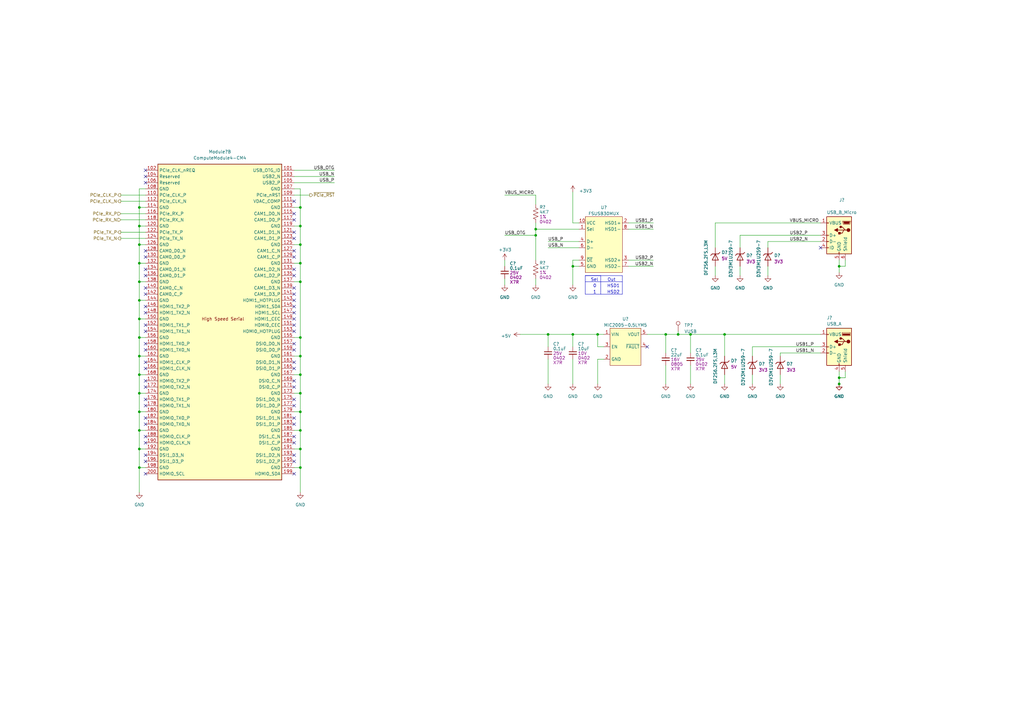
<source format=kicad_sch>
(kicad_sch (version 20210406) (generator eeschema)

  (uuid c22d5961-894e-4528-971e-29811e740e7b)

  (paper "A3")

  (title_block
    (title "Pintry X2")
    (rev "${RevNum}")
    (company "www.cezarchirila.com")
    (comment 1 "2-bay NAS based on RPi CM4")
    (comment 9 "${DrawnBy}")
  )

  (lib_symbols
    (symbol "Connector:TestPoint" (pin_numbers hide) (pin_names (offset 0.762) hide) (in_bom yes) (on_board yes)
      (property "Reference" "TP" (id 0) (at 0 6.858 0)
        (effects (font (size 1.27 1.27)))
      )
      (property "Value" "TestPoint" (id 1) (at 0 5.08 0)
        (effects (font (size 1.27 1.27)))
      )
      (property "Footprint" "" (id 2) (at 5.08 0 0)
        (effects (font (size 1.27 1.27)) hide)
      )
      (property "Datasheet" "~" (id 3) (at 5.08 0 0)
        (effects (font (size 1.27 1.27)) hide)
      )
      (property "ki_keywords" "test point tp" (id 4) (at 0 0 0)
        (effects (font (size 1.27 1.27)) hide)
      )
      (property "ki_description" "test point" (id 5) (at 0 0 0)
        (effects (font (size 1.27 1.27)) hide)
      )
      (property "ki_fp_filters" "Pin* Test*" (id 6) (at 0 0 0)
        (effects (font (size 1.27 1.27)) hide)
      )
      (symbol "TestPoint_0_1"
        (circle (center 0 3.302) (radius 0.762) (stroke (width 0)) (fill (type none)))
      )
      (symbol "TestPoint_1_1"
        (pin passive line (at 0 0 90) (length 2.54)
          (name "1" (effects (font (size 1.27 1.27))))
          (number "1" (effects (font (size 1.27 1.27))))
        )
      )
    )
    (symbol "Connector:USB_A" (pin_names (offset 1.016)) (in_bom yes) (on_board yes)
      (property "Reference" "J" (id 0) (at -5.08 11.43 0)
        (effects (font (size 1.27 1.27)) (justify left))
      )
      (property "Value" "USB_A" (id 1) (at -5.08 8.89 0)
        (effects (font (size 1.27 1.27)) (justify left))
      )
      (property "Footprint" "" (id 2) (at 3.81 -1.27 0)
        (effects (font (size 1.27 1.27)) hide)
      )
      (property "Datasheet" " ~" (id 3) (at 3.81 -1.27 0)
        (effects (font (size 1.27 1.27)) hide)
      )
      (property "ki_keywords" "connector USB" (id 4) (at 0 0 0)
        (effects (font (size 1.27 1.27)) hide)
      )
      (property "ki_description" "USB Type A connector" (id 5) (at 0 0 0)
        (effects (font (size 1.27 1.27)) hide)
      )
      (property "ki_fp_filters" "USB*" (id 6) (at 0 0 0)
        (effects (font (size 1.27 1.27)) hide)
      )
      (symbol "USB_A_0_1"
        (circle (center -3.81 2.159) (radius 0.635) (stroke (width 0.254)) (fill (type outline)))
        (circle (center -0.635 3.429) (radius 0.381) (stroke (width 0.254)) (fill (type outline)))
        (rectangle (start -1.27 4.572) (end -4.572 5.842)
          (stroke (width 0)) (fill (type none))
        )
        (rectangle (start -0.127 -7.62) (end 0.127 -6.858)
          (stroke (width 0)) (fill (type none))
        )
        (rectangle (start 5.08 -2.667) (end 4.318 -2.413)
          (stroke (width 0)) (fill (type none))
        )
        (rectangle (start 5.08 -0.127) (end 4.318 0.127)
          (stroke (width 0)) (fill (type none))
        )
        (rectangle (start 5.08 4.953) (end 4.318 5.207)
          (stroke (width 0)) (fill (type none))
        )
        (rectangle (start -1.524 4.826) (end -4.318 5.334)
          (stroke (width 0)) (fill (type outline))
        )
        (rectangle (start 0.254 1.27) (end -0.508 0.508)
          (stroke (width 0.254)) (fill (type outline))
        )
        (rectangle (start -5.08 -7.62) (end 5.08 7.62)
          (stroke (width 0.254)) (fill (type background))
        )
        (polyline
          (pts
            (xy -3.175 2.159)
            (xy -2.54 2.159)
            (xy -1.27 3.429)
            (xy -0.635 3.429)
          )
          (stroke (width 0.254)) (fill (type none))
        )
        (polyline
          (pts
            (xy -2.54 2.159)
            (xy -1.905 2.159)
            (xy -1.27 0.889)
            (xy 0 0.889)
          )
          (stroke (width 0.254)) (fill (type none))
        )
        (polyline
          (pts
            (xy 0.635 2.794)
            (xy 0.635 1.524)
            (xy 1.905 2.159)
            (xy 0.635 2.794)
          )
          (stroke (width 0.254)) (fill (type outline))
        )
      )
      (symbol "USB_A_1_1"
        (polyline
          (pts
            (xy -1.905 2.159)
            (xy 0.635 2.159)
          )
          (stroke (width 0.254)) (fill (type none))
        )
        (pin power_in line (at 7.62 5.08 180) (length 2.54)
          (name "VBUS" (effects (font (size 1.27 1.27))))
          (number "1" (effects (font (size 1.27 1.27))))
        )
        (pin bidirectional line (at 7.62 -2.54 180) (length 2.54)
          (name "D-" (effects (font (size 1.27 1.27))))
          (number "2" (effects (font (size 1.27 1.27))))
        )
        (pin bidirectional line (at 7.62 0 180) (length 2.54)
          (name "D+" (effects (font (size 1.27 1.27))))
          (number "3" (effects (font (size 1.27 1.27))))
        )
        (pin power_in line (at 0 -10.16 90) (length 2.54)
          (name "GND" (effects (font (size 1.27 1.27))))
          (number "4" (effects (font (size 1.27 1.27))))
        )
        (pin passive line (at -2.54 -10.16 90) (length 2.54)
          (name "Shield" (effects (font (size 1.27 1.27))))
          (number "5" (effects (font (size 1.27 1.27))))
        )
      )
    )
    (symbol "Connector:USB_B_Micro" (pin_names (offset 1.016)) (in_bom yes) (on_board yes)
      (property "Reference" "J" (id 0) (at -5.08 11.43 0)
        (effects (font (size 1.27 1.27)) (justify left))
      )
      (property "Value" "USB_B_Micro" (id 1) (at -5.08 8.89 0)
        (effects (font (size 1.27 1.27)) (justify left))
      )
      (property "Footprint" "" (id 2) (at 3.81 -1.27 0)
        (effects (font (size 1.27 1.27)) hide)
      )
      (property "Datasheet" "~" (id 3) (at 3.81 -1.27 0)
        (effects (font (size 1.27 1.27)) hide)
      )
      (property "ki_keywords" "connector USB micro" (id 4) (at 0 0 0)
        (effects (font (size 1.27 1.27)) hide)
      )
      (property "ki_description" "USB Micro Type B connector" (id 5) (at 0 0 0)
        (effects (font (size 1.27 1.27)) hide)
      )
      (property "ki_fp_filters" "USB*" (id 6) (at 0 0 0)
        (effects (font (size 1.27 1.27)) hide)
      )
      (symbol "USB_B_Micro_0_1"
        (circle (center -3.81 2.159) (radius 0.635) (stroke (width 0.254)) (fill (type outline)))
        (circle (center -0.635 3.429) (radius 0.381) (stroke (width 0.254)) (fill (type outline)))
        (rectangle (start -0.127 -7.62) (end 0.127 -6.858)
          (stroke (width 0)) (fill (type none))
        )
        (rectangle (start 5.08 -5.207) (end 4.318 -4.953)
          (stroke (width 0)) (fill (type none))
        )
        (rectangle (start 5.08 -2.667) (end 4.318 -2.413)
          (stroke (width 0)) (fill (type none))
        )
        (rectangle (start 5.08 -0.127) (end 4.318 0.127)
          (stroke (width 0)) (fill (type none))
        )
        (rectangle (start 5.08 4.953) (end 4.318 5.207)
          (stroke (width 0)) (fill (type none))
        )
        (rectangle (start 0.254 1.27) (end -0.508 0.508)
          (stroke (width 0.254)) (fill (type outline))
        )
        (rectangle (start -5.08 -7.62) (end 5.08 7.62)
          (stroke (width 0.254)) (fill (type background))
        )
        (polyline
          (pts
            (xy -1.905 2.159)
            (xy 0.635 2.159)
          )
          (stroke (width 0.254)) (fill (type none))
        )
        (polyline
          (pts
            (xy -3.175 2.159)
            (xy -2.54 2.159)
            (xy -1.27 3.429)
            (xy -0.635 3.429)
          )
          (stroke (width 0.254)) (fill (type none))
        )
        (polyline
          (pts
            (xy -2.54 2.159)
            (xy -1.905 2.159)
            (xy -1.27 0.889)
            (xy 0 0.889)
          )
          (stroke (width 0.254)) (fill (type none))
        )
        (polyline
          (pts
            (xy -4.699 5.842)
            (xy -4.699 5.588)
            (xy -4.445 4.826)
            (xy -4.445 4.572)
            (xy -1.651 4.572)
            (xy -1.651 4.826)
            (xy -1.397 5.588)
            (xy -1.397 5.842)
            (xy -4.699 5.842)
          )
          (stroke (width 0)) (fill (type none))
        )
        (polyline
          (pts
            (xy 0.635 2.794)
            (xy 0.635 1.524)
            (xy 1.905 2.159)
            (xy 0.635 2.794)
          )
          (stroke (width 0.254)) (fill (type outline))
        )
        (polyline
          (pts
            (xy -4.318 5.588)
            (xy -1.778 5.588)
            (xy -2.032 4.826)
            (xy -4.064 4.826)
            (xy -4.318 5.588)
          )
          (stroke (width 0)) (fill (type outline))
        )
      )
      (symbol "USB_B_Micro_1_1"
        (pin power_out line (at 7.62 5.08 180) (length 2.54)
          (name "VBUS" (effects (font (size 1.27 1.27))))
          (number "1" (effects (font (size 1.27 1.27))))
        )
        (pin bidirectional line (at 7.62 -2.54 180) (length 2.54)
          (name "D-" (effects (font (size 1.27 1.27))))
          (number "2" (effects (font (size 1.27 1.27))))
        )
        (pin bidirectional line (at 7.62 0 180) (length 2.54)
          (name "D+" (effects (font (size 1.27 1.27))))
          (number "3" (effects (font (size 1.27 1.27))))
        )
        (pin passive line (at 7.62 -5.08 180) (length 2.54)
          (name "ID" (effects (font (size 1.27 1.27))))
          (number "4" (effects (font (size 1.27 1.27))))
        )
        (pin power_out line (at 0 -10.16 90) (length 2.54)
          (name "GND" (effects (font (size 1.27 1.27))))
          (number "5" (effects (font (size 1.27 1.27))))
        )
        (pin passive line (at -2.54 -10.16 90) (length 2.54)
          (name "Shield" (effects (font (size 1.27 1.27))))
          (number "6" (effects (font (size 1.27 1.27))))
        )
      )
    )
    (symbol "Device:C_Small" (pin_numbers hide) (pin_names (offset 0.254) hide) (in_bom yes) (on_board yes)
      (property "Reference" "C" (id 0) (at 0.254 1.778 0)
        (effects (font (size 1.27 1.27)) (justify left))
      )
      (property "Value" "C_Small" (id 1) (at 0.254 -2.032 0)
        (effects (font (size 1.27 1.27)) (justify left))
      )
      (property "Footprint" "" (id 2) (at 0 0 0)
        (effects (font (size 1.27 1.27)) hide)
      )
      (property "Datasheet" "~" (id 3) (at 0 0 0)
        (effects (font (size 1.27 1.27)) hide)
      )
      (property "ki_keywords" "capacitor cap" (id 4) (at 0 0 0)
        (effects (font (size 1.27 1.27)) hide)
      )
      (property "ki_description" "Unpolarized capacitor, small symbol" (id 5) (at 0 0 0)
        (effects (font (size 1.27 1.27)) hide)
      )
      (property "ki_fp_filters" "C_*" (id 6) (at 0 0 0)
        (effects (font (size 1.27 1.27)) hide)
      )
      (symbol "C_Small_0_1"
        (polyline
          (pts
            (xy -1.524 -0.508)
            (xy 1.524 -0.508)
          )
          (stroke (width 0.3302)) (fill (type none))
        )
        (polyline
          (pts
            (xy -1.524 0.508)
            (xy 1.524 0.508)
          )
          (stroke (width 0.3048)) (fill (type none))
        )
      )
      (symbol "C_Small_1_1"
        (pin passive line (at 0 2.54 270) (length 2.032)
          (name "~" (effects (font (size 1.27 1.27))))
          (number "1" (effects (font (size 1.27 1.27))))
        )
        (pin passive line (at 0 -2.54 90) (length 2.032)
          (name "~" (effects (font (size 1.27 1.27))))
          (number "2" (effects (font (size 1.27 1.27))))
        )
      )
    )
    (symbol "Device:R_US" (pin_numbers hide) (pin_names (offset 0)) (in_bom yes) (on_board yes)
      (property "Reference" "R" (id 0) (at 2.54 0 90)
        (effects (font (size 1.27 1.27)))
      )
      (property "Value" "R_US" (id 1) (at -2.54 0 90)
        (effects (font (size 1.27 1.27)))
      )
      (property "Footprint" "" (id 2) (at 1.016 -0.254 90)
        (effects (font (size 1.27 1.27)) hide)
      )
      (property "Datasheet" "~" (id 3) (at 0 0 0)
        (effects (font (size 1.27 1.27)) hide)
      )
      (property "ki_keywords" "R res resistor" (id 4) (at 0 0 0)
        (effects (font (size 1.27 1.27)) hide)
      )
      (property "ki_description" "Resistor, US symbol" (id 5) (at 0 0 0)
        (effects (font (size 1.27 1.27)) hide)
      )
      (property "ki_fp_filters" "R_*" (id 6) (at 0 0 0)
        (effects (font (size 1.27 1.27)) hide)
      )
      (symbol "R_US_0_1"
        (polyline
          (pts
            (xy 0 -2.286)
            (xy 0 -2.54)
          )
          (stroke (width 0)) (fill (type none))
        )
        (polyline
          (pts
            (xy 0 2.286)
            (xy 0 2.54)
          )
          (stroke (width 0)) (fill (type none))
        )
        (polyline
          (pts
            (xy 0 -0.762)
            (xy 1.016 -1.143)
            (xy 0 -1.524)
            (xy -1.016 -1.905)
            (xy 0 -2.286)
          )
          (stroke (width 0)) (fill (type none))
        )
        (polyline
          (pts
            (xy 0 0.762)
            (xy 1.016 0.381)
            (xy 0 0)
            (xy -1.016 -0.381)
            (xy 0 -0.762)
          )
          (stroke (width 0)) (fill (type none))
        )
        (polyline
          (pts
            (xy 0 2.286)
            (xy 1.016 1.905)
            (xy 0 1.524)
            (xy -1.016 1.143)
            (xy 0 0.762)
          )
          (stroke (width 0)) (fill (type none))
        )
      )
      (symbol "R_US_1_1"
        (pin passive line (at 0 3.81 270) (length 1.27)
          (name "~" (effects (font (size 1.27 1.27))))
          (number "1" (effects (font (size 1.27 1.27))))
        )
        (pin passive line (at 0 -3.81 90) (length 1.27)
          (name "~" (effects (font (size 1.27 1.27))))
          (number "2" (effects (font (size 1.27 1.27))))
        )
      )
    )
    (symbol "PintryParts-Symbols:ComputeModule4-CM4" (in_bom yes) (on_board yes)
      (property "Reference" "Module" (id 0) (at 113.03 -68.58 0)
        (effects (font (size 1.27 1.27)))
      )
      (property "Value" "ComputeModule4-CM4" (id 1) (at 140.97 2.54 0)
        (effects (font (size 1.27 1.27)))
      )
      (property "Footprint" "CM4IO:Raspberry-Pi-4-Compute-Module" (id 2) (at 142.24 -26.67 0)
        (effects (font (size 1.27 1.27)) hide)
      )
      (property "Datasheet" "" (id 3) (at 142.24 -26.67 0)
        (effects (font (size 1.27 1.27)) hide)
      )
      (property "Field4" "Hirose" (id 4) (at 0 0 0)
        (effects (font (size 1.27 1.27)))
      )
      (property "Field5" "2x DF40C-100DS-0.4V" (id 5) (at 0 -2.54 0)
        (effects (font (size 1.27 1.27)))
      )
      (symbol "ComputeModule4-CM4_1_0"
        (text "GPIO" (at 0 6.35 0)
          (effects (font (size 1.27 1.27)))
        )
      )
      (symbol "ComputeModule4-CM4_1_1"
        (text "600mA Max" (at -8.89 -53.34 0)
          (effects (font (size 1.27 1.27)))
        )
        (text "600mA Max" (at -8.89 -48.26 0)
          (effects (font (size 1.27 1.27)))
        )
        (text "NB SD signals are only available" (at -1.27 -27.94 0)
          (effects (font (size 1.27 1.27)))
        )
        (text "on modules without eMMC" (at -1.27 -30.48 0)
          (effects (font (size 1.27 1.27)))
        )
        (rectangle (start -30.48 -71.12) (end 25.4 58.42)
          (stroke (width 0.254)) (fill (type background))
        )
        (pin power_in line (at 27.94 55.88 180) (length 2.54)
          (name "GND" (effects (font (size 1.27 1.27))))
          (number "1" (effects (font (size 1.27 1.27))))
        )
        (pin passive line (at -33.02 45.72 0) (length 2.54)
          (name "Ethernet_Pair0_N" (effects (font (size 1.27 1.27))))
          (number "10" (effects (font (size 1.27 1.27))))
        )
        (pin output line (at -33.02 -68.58 0) (length 2.54)
          (name "nEXTRST" (effects (font (size 1.27 1.27))))
          (number "100" (effects (font (size 1.27 1.27))))
        )
        (pin passive line (at 27.94 43.18 180) (length 2.54)
          (name "Ethernet_Pair2_P" (effects (font (size 1.27 1.27))))
          (number "11" (effects (font (size 1.27 1.27))))
        )
        (pin passive line (at -33.02 43.18 0) (length 2.54)
          (name "Ethernet_Pair0_P" (effects (font (size 1.27 1.27))))
          (number "12" (effects (font (size 1.27 1.27))))
        )
        (pin power_in line (at 27.94 40.64 180) (length 2.54)
          (name "GND" (effects (font (size 1.27 1.27))))
          (number "13" (effects (font (size 1.27 1.27))))
        )
        (pin power_in line (at -33.02 40.64 0) (length 2.54)
          (name "GND" (effects (font (size 1.27 1.27))))
          (number "14" (effects (font (size 1.27 1.27))))
        )
        (pin output line (at 27.94 38.1 180) (length 2.54)
          (name "Ethernet_nLED3(3.3v)" (effects (font (size 1.27 1.27))))
          (number "15" (effects (font (size 1.27 1.27))))
        )
        (pin input line (at -33.02 38.1 0) (length 2.54)
          (name "Ethernet_SYNC_IN(1.8v)" (effects (font (size 1.27 1.27))))
          (number "16" (effects (font (size 1.27 1.27))))
        )
        (pin output line (at 27.94 35.56 180) (length 2.54)
          (name "Ethernet_nLED2(3.3v)" (effects (font (size 1.27 1.27))))
          (number "17" (effects (font (size 1.27 1.27))))
        )
        (pin input line (at -33.02 35.56 0) (length 2.54)
          (name "Ethernet_SYNC_OUT(1.8v)" (effects (font (size 1.27 1.27))))
          (number "18" (effects (font (size 1.27 1.27))))
        )
        (pin output line (at 27.94 33.02 180) (length 2.54)
          (name "Ethernet_nLED1(3.3v)" (effects (font (size 1.27 1.27))))
          (number "19" (effects (font (size 1.27 1.27))))
        )
        (pin power_in line (at -33.02 55.88 0) (length 2.54)
          (name "GND" (effects (font (size 1.27 1.27))))
          (number "2" (effects (font (size 1.27 1.27))))
        )
        (pin passive line (at -33.02 33.02 0) (length 2.54)
          (name "EEPROM_nWP" (effects (font (size 1.27 1.27))))
          (number "20" (effects (font (size 1.27 1.27))))
        )
        (pin open_collector line (at 27.94 30.48 180) (length 2.54)
          (name "PI_nLED_Activity" (effects (font (size 1.27 1.27))))
          (number "21" (effects (font (size 1.27 1.27))))
        )
        (pin power_in line (at -33.02 30.48 0) (length 2.54)
          (name "GND" (effects (font (size 1.27 1.27))))
          (number "22" (effects (font (size 1.27 1.27))))
        )
        (pin power_in line (at 27.94 27.94 180) (length 2.54)
          (name "GND" (effects (font (size 1.27 1.27))))
          (number "23" (effects (font (size 1.27 1.27))))
        )
        (pin passive line (at -33.02 27.94 0) (length 2.54)
          (name "GPIO26" (effects (font (size 1.27 1.27))))
          (number "24" (effects (font (size 1.27 1.27))))
        )
        (pin passive line (at 27.94 25.4 180) (length 2.54)
          (name "GPIO21" (effects (font (size 1.27 1.27))))
          (number "25" (effects (font (size 1.27 1.27))))
        )
        (pin passive line (at -33.02 25.4 0) (length 2.54)
          (name "GPIO19" (effects (font (size 1.27 1.27))))
          (number "26" (effects (font (size 1.27 1.27))))
        )
        (pin passive line (at 27.94 22.86 180) (length 2.54)
          (name "GPIO20" (effects (font (size 1.27 1.27))))
          (number "27" (effects (font (size 1.27 1.27))))
        )
        (pin passive line (at -33.02 22.86 0) (length 2.54)
          (name "GPIO13" (effects (font (size 1.27 1.27))))
          (number "28" (effects (font (size 1.27 1.27))))
        )
        (pin passive line (at 27.94 20.32 180) (length 2.54)
          (name "GPIO16" (effects (font (size 1.27 1.27))))
          (number "29" (effects (font (size 1.27 1.27))))
        )
        (pin passive line (at 27.94 53.34 180) (length 2.54)
          (name "Ethernet_Pair3_P" (effects (font (size 1.27 1.27))))
          (number "3" (effects (font (size 1.27 1.27))))
        )
        (pin passive line (at -33.02 20.32 0) (length 2.54)
          (name "GPIO6" (effects (font (size 1.27 1.27))))
          (number "30" (effects (font (size 1.27 1.27))))
        )
        (pin passive line (at 27.94 17.78 180) (length 2.54)
          (name "GPIO12" (effects (font (size 1.27 1.27))))
          (number "31" (effects (font (size 1.27 1.27))))
        )
        (pin power_in line (at -33.02 17.78 0) (length 2.54)
          (name "GND" (effects (font (size 1.27 1.27))))
          (number "32" (effects (font (size 1.27 1.27))))
        )
        (pin power_in line (at 27.94 15.24 180) (length 2.54)
          (name "GND" (effects (font (size 1.27 1.27))))
          (number "33" (effects (font (size 1.27 1.27))))
        )
        (pin passive line (at -33.02 15.24 0) (length 2.54)
          (name "GPIO5" (effects (font (size 1.27 1.27))))
          (number "34" (effects (font (size 1.27 1.27))))
        )
        (pin passive line (at 27.94 12.7 180) (length 2.54)
          (name "ID_SC" (effects (font (size 1.27 1.27))))
          (number "35" (effects (font (size 1.27 1.27))))
        )
        (pin passive line (at -33.02 12.7 0) (length 2.54)
          (name "ID_SD" (effects (font (size 1.27 1.27))))
          (number "36" (effects (font (size 1.27 1.27))))
        )
        (pin passive line (at 27.94 10.16 180) (length 2.54)
          (name "GPIO7" (effects (font (size 1.27 1.27))))
          (number "37" (effects (font (size 1.27 1.27))))
        )
        (pin passive line (at -33.02 10.16 0) (length 2.54)
          (name "GPIO11" (effects (font (size 1.27 1.27))))
          (number "38" (effects (font (size 1.27 1.27))))
        )
        (pin passive line (at 27.94 7.62 180) (length 2.54)
          (name "GPIO8" (effects (font (size 1.27 1.27))))
          (number "39" (effects (font (size 1.27 1.27))))
        )
        (pin passive line (at -33.02 53.34 0) (length 2.54)
          (name "Ethernet_Pair1_P" (effects (font (size 1.27 1.27))))
          (number "4" (effects (font (size 1.27 1.27))))
        )
        (pin passive line (at -33.02 7.62 0) (length 2.54)
          (name "GPIO9" (effects (font (size 1.27 1.27))))
          (number "40" (effects (font (size 1.27 1.27))))
        )
        (pin passive line (at 27.94 5.08 180) (length 2.54)
          (name "GPIO25" (effects (font (size 1.27 1.27))))
          (number "41" (effects (font (size 1.27 1.27))))
        )
        (pin power_in line (at -33.02 5.08 0) (length 2.54)
          (name "GND" (effects (font (size 1.27 1.27))))
          (number "42" (effects (font (size 1.27 1.27))))
        )
        (pin power_in line (at 27.94 2.54 180) (length 2.54)
          (name "GND" (effects (font (size 1.27 1.27))))
          (number "43" (effects (font (size 1.27 1.27))))
        )
        (pin passive line (at -33.02 2.54 0) (length 2.54)
          (name "GPIO10" (effects (font (size 1.27 1.27))))
          (number "44" (effects (font (size 1.27 1.27))))
        )
        (pin passive line (at 27.94 0 180) (length 2.54)
          (name "GPIO24" (effects (font (size 1.27 1.27))))
          (number "45" (effects (font (size 1.27 1.27))))
        )
        (pin passive line (at -33.02 0 0) (length 2.54)
          (name "GPIO22" (effects (font (size 1.27 1.27))))
          (number "46" (effects (font (size 1.27 1.27))))
        )
        (pin passive line (at 27.94 -2.54 180) (length 2.54)
          (name "GPIO23" (effects (font (size 1.27 1.27))))
          (number "47" (effects (font (size 1.27 1.27))))
        )
        (pin passive line (at -33.02 -2.54 0) (length 2.54)
          (name "GPIO27" (effects (font (size 1.27 1.27))))
          (number "48" (effects (font (size 1.27 1.27))))
        )
        (pin passive line (at 27.94 -5.08 180) (length 2.54)
          (name "GPIO18" (effects (font (size 1.27 1.27))))
          (number "49" (effects (font (size 1.27 1.27))))
        )
        (pin passive line (at 27.94 50.8 180) (length 2.54)
          (name "Ethernet_Pair3_N" (effects (font (size 1.27 1.27))))
          (number "5" (effects (font (size 1.27 1.27))))
        )
        (pin passive line (at -33.02 -5.08 0) (length 2.54)
          (name "GPIO17" (effects (font (size 1.27 1.27))))
          (number "50" (effects (font (size 1.27 1.27))))
        )
        (pin passive line (at 27.94 -7.62 180) (length 2.54)
          (name "GPIO15" (effects (font (size 1.27 1.27))))
          (number "51" (effects (font (size 1.27 1.27))))
        )
        (pin power_in line (at -33.02 -7.62 0) (length 2.54)
          (name "GND" (effects (font (size 1.27 1.27))))
          (number "52" (effects (font (size 1.27 1.27))))
        )
        (pin power_in line (at 27.94 -10.16 180) (length 2.54)
          (name "GND" (effects (font (size 1.27 1.27))))
          (number "53" (effects (font (size 1.27 1.27))))
        )
        (pin passive line (at -33.02 -10.16 0) (length 2.54)
          (name "GPIO4" (effects (font (size 1.27 1.27))))
          (number "54" (effects (font (size 1.27 1.27))))
        )
        (pin passive line (at 27.94 -12.7 180) (length 2.54)
          (name "GPIO14" (effects (font (size 1.27 1.27))))
          (number "55" (effects (font (size 1.27 1.27))))
        )
        (pin passive line (at -33.02 -12.7 0) (length 2.54)
          (name "GPIO3" (effects (font (size 1.27 1.27))))
          (number "56" (effects (font (size 1.27 1.27))))
        )
        (pin passive line (at 27.94 -15.24 180) (length 2.54)
          (name "SD_CLK" (effects (font (size 1.27 1.27))))
          (number "57" (effects (font (size 1.27 1.27))))
        )
        (pin passive line (at -33.02 -15.24 0) (length 2.54)
          (name "GPIO2" (effects (font (size 1.27 1.27))))
          (number "58" (effects (font (size 1.27 1.27))))
        )
        (pin power_in line (at 27.94 -17.78 180) (length 2.54)
          (name "GND" (effects (font (size 1.27 1.27))))
          (number "59" (effects (font (size 1.27 1.27))))
        )
        (pin passive line (at -33.02 50.8 0) (length 2.54)
          (name "Ethernet_Pair1_N" (effects (font (size 1.27 1.27))))
          (number "6" (effects (font (size 1.27 1.27))))
        )
        (pin power_in line (at -33.02 -17.78 0) (length 2.54)
          (name "GND" (effects (font (size 1.27 1.27))))
          (number "60" (effects (font (size 1.27 1.27))))
        )
        (pin passive line (at 27.94 -20.32 180) (length 2.54)
          (name "SD_DAT3" (effects (font (size 1.27 1.27))))
          (number "61" (effects (font (size 1.27 1.27))))
        )
        (pin passive line (at -33.02 -20.32 0) (length 2.54)
          (name "SD_CMD" (effects (font (size 1.27 1.27))))
          (number "62" (effects (font (size 1.27 1.27))))
        )
        (pin passive line (at 27.94 -22.86 180) (length 2.54)
          (name "SD_DAT0" (effects (font (size 1.27 1.27))))
          (number "63" (effects (font (size 1.27 1.27))))
        )
        (pin passive line (at -33.02 -22.86 0) (length 2.54)
          (name "SD_DAT5" (effects (font (size 1.27 1.27))))
          (number "64" (effects (font (size 1.27 1.27))))
        )
        (pin power_in line (at 27.94 -25.4 180) (length 2.54)
          (name "GND" (effects (font (size 1.27 1.27))))
          (number "65" (effects (font (size 1.27 1.27))))
        )
        (pin power_in line (at -33.02 -25.4 0) (length 2.54)
          (name "GND" (effects (font (size 1.27 1.27))))
          (number "66" (effects (font (size 1.27 1.27))))
        )
        (pin passive line (at 27.94 -27.94 180) (length 2.54)
          (name "SD_DAT1" (effects (font (size 1.27 1.27))))
          (number "67" (effects (font (size 1.27 1.27))))
        )
        (pin passive line (at -33.02 -27.94 0) (length 2.54)
          (name "SD_DAT4" (effects (font (size 1.27 1.27))))
          (number "68" (effects (font (size 1.27 1.27))))
        )
        (pin passive line (at 27.94 -30.48 180) (length 2.54)
          (name "SD_DAT2" (effects (font (size 1.27 1.27))))
          (number "69" (effects (font (size 1.27 1.27))))
        )
        (pin power_in line (at 27.94 48.26 180) (length 2.54)
          (name "GND" (effects (font (size 1.27 1.27))))
          (number "7" (effects (font (size 1.27 1.27))))
        )
        (pin passive line (at -33.02 -30.48 0) (length 2.54)
          (name "SD_DAT7" (effects (font (size 1.27 1.27))))
          (number "70" (effects (font (size 1.27 1.27))))
        )
        (pin power_in line (at 27.94 -33.02 180) (length 2.54)
          (name "GND" (effects (font (size 1.27 1.27))))
          (number "71" (effects (font (size 1.27 1.27))))
        )
        (pin passive line (at -33.02 -33.02 0) (length 2.54)
          (name "SD_DAT6" (effects (font (size 1.27 1.27))))
          (number "72" (effects (font (size 1.27 1.27))))
        )
        (pin input line (at 27.94 -35.56 180) (length 2.54)
          (name "SD_VDD_Override" (effects (font (size 1.27 1.27))))
          (number "73" (effects (font (size 1.27 1.27))))
        )
        (pin power_in line (at -33.02 -35.56 0) (length 2.54)
          (name "GND" (effects (font (size 1.27 1.27))))
          (number "74" (effects (font (size 1.27 1.27))))
        )
        (pin output line (at 27.94 -38.1 180) (length 2.54)
          (name "SD_PWR_ON" (effects (font (size 1.27 1.27))))
          (number "75" (effects (font (size 1.27 1.27))))
        )
        (pin passive line (at -33.02 -38.1 0) (length 2.54)
          (name "Reserved" (effects (font (size 1.27 1.27))))
          (number "76" (effects (font (size 1.27 1.27))))
        )
        (pin power_in line (at 27.94 -40.64 180) (length 2.54)
          (name "+5v_(Input)" (effects (font (size 1.27 1.27))))
          (number "77" (effects (font (size 1.27 1.27))))
        )
        (pin power_in line (at -33.02 -40.64 0) (length 2.54)
          (name "GPIO_VREF(1.8v/3.3v_Input)" (effects (font (size 1.27 1.27))))
          (number "78" (effects (font (size 1.27 1.27))))
        )
        (pin power_in line (at 27.94 -43.18 180) (length 2.54)
          (name "+5v_(Input)" (effects (font (size 1.27 1.27))))
          (number "79" (effects (font (size 1.27 1.27))))
        )
        (pin power_in line (at -33.02 48.26 0) (length 2.54)
          (name "GND" (effects (font (size 1.27 1.27))))
          (number "8" (effects (font (size 1.27 1.27))))
        )
        (pin passive line (at -33.02 -43.18 0) (length 2.54)
          (name "SCL0" (effects (font (size 1.27 1.27))))
          (number "80" (effects (font (size 1.27 1.27))))
        )
        (pin power_in line (at 27.94 -45.72 180) (length 2.54)
          (name "+5v_(Input)" (effects (font (size 1.27 1.27))))
          (number "81" (effects (font (size 1.27 1.27))))
        )
        (pin passive line (at -33.02 -45.72 0) (length 2.54)
          (name "SDA0" (effects (font (size 1.27 1.27))))
          (number "82" (effects (font (size 1.27 1.27))))
        )
        (pin power_in line (at 27.94 -48.26 180) (length 2.54)
          (name "+5v_(Input)" (effects (font (size 1.27 1.27))))
          (number "83" (effects (font (size 1.27 1.27))))
        )
        (pin power_out line (at -33.02 -48.26 0) (length 2.54)
          (name "+3.3v_(Output)" (effects (font (size 1.27 1.27))))
          (number "84" (effects (font (size 1.27 1.27))))
        )
        (pin power_in line (at 27.94 -50.8 180) (length 2.54)
          (name "+5v_(Input)" (effects (font (size 1.27 1.27))))
          (number "85" (effects (font (size 1.27 1.27))))
        )
        (pin power_out line (at -33.02 -50.8 0) (length 2.54)
          (name "+3.3v_(Output)" (effects (font (size 1.27 1.27))))
          (number "86" (effects (font (size 1.27 1.27))))
        )
        (pin power_in line (at 27.94 -53.34 180) (length 2.54)
          (name "+5v_(Input)" (effects (font (size 1.27 1.27))))
          (number "87" (effects (font (size 1.27 1.27))))
        )
        (pin power_out line (at -33.02 -53.34 0) (length 2.54)
          (name "+1.8v_(Output)" (effects (font (size 1.27 1.27))))
          (number "88" (effects (font (size 1.27 1.27))))
        )
        (pin power_in line (at 27.94 -55.88 180) (length 2.54)
          (name "WiFi_nDisable" (effects (font (size 1.27 1.27))))
          (number "89" (effects (font (size 1.27 1.27))))
        )
        (pin passive line (at 27.94 45.72 180) (length 2.54)
          (name "Ethernet_Pair2_N" (effects (font (size 1.27 1.27))))
          (number "9" (effects (font (size 1.27 1.27))))
        )
        (pin power_out line (at -33.02 -55.88 0) (length 2.54)
          (name "+1.8v_(Output)" (effects (font (size 1.27 1.27))))
          (number "90" (effects (font (size 1.27 1.27))))
        )
        (pin power_in line (at 27.94 -58.42 180) (length 2.54)
          (name "BT_nDisable" (effects (font (size 1.27 1.27))))
          (number "91" (effects (font (size 1.27 1.27))))
        )
        (pin passive line (at -33.02 -58.42 0) (length 2.54)
          (name "RUN_PG" (effects (font (size 1.27 1.27))))
          (number "92" (effects (font (size 1.27 1.27))))
        )
        (pin input line (at 27.94 -60.96 180) (length 2.54)
          (name "nRPIBOOT" (effects (font (size 1.27 1.27))))
          (number "93" (effects (font (size 1.27 1.27))))
        )
        (pin passive line (at -33.02 -60.96 0) (length 2.54)
          (name "AnalogIP1" (effects (font (size 1.27 1.27))))
          (number "94" (effects (font (size 1.27 1.27))))
        )
        (pin output line (at 27.94 -63.5 180) (length 2.54)
          (name "nPI_LED_PWR" (effects (font (size 1.27 1.27))))
          (number "95" (effects (font (size 1.27 1.27))))
        )
        (pin passive line (at -33.02 -63.5 0) (length 2.54)
          (name "AnalogIP0" (effects (font (size 1.27 1.27))))
          (number "96" (effects (font (size 1.27 1.27))))
        )
        (pin passive line (at 27.94 -66.04 180) (length 2.54)
          (name "Camera_GPIO" (effects (font (size 1.27 1.27))))
          (number "97" (effects (font (size 1.27 1.27))))
        )
        (pin power_in line (at -33.02 -66.04 0) (length 2.54)
          (name "GND" (effects (font (size 1.27 1.27))))
          (number "98" (effects (font (size 1.27 1.27))))
        )
        (pin input line (at 27.94 -68.58 180) (length 2.54)
          (name "Global_EN" (effects (font (size 1.27 1.27))))
          (number "99" (effects (font (size 1.27 1.27))))
        )
      )
      (symbol "ComputeModule4-CM4_2_1"
        (text "High Speed Serial" (at 140.97 0 0)
          (effects (font (size 1.27 1.27)))
        )
        (rectangle (start 114.3 -66.04) (end 165.1 63.5)
          (stroke (width 0.254)) (fill (type background))
        )
        (pin input line (at 170.18 60.96 180) (length 5.08)
          (name "USB_OTG_ID" (effects (font (size 1.27 1.27))))
          (number "101" (effects (font (size 1.27 1.27))))
        )
        (pin input line (at 109.22 60.96 0) (length 5.08)
          (name "PCIe_CLK_nREQ" (effects (font (size 1.27 1.27))))
          (number "102" (effects (font (size 1.27 1.27))))
        )
        (pin passive line (at 170.18 58.42 180) (length 5.08)
          (name "USB2_N" (effects (font (size 1.27 1.27))))
          (number "103" (effects (font (size 1.27 1.27))))
        )
        (pin passive line (at 109.22 58.42 0) (length 5.08)
          (name "Reserved" (effects (font (size 1.27 1.27))))
          (number "104" (effects (font (size 1.27 1.27))))
        )
        (pin passive line (at 170.18 55.88 180) (length 5.08)
          (name "USB2_P" (effects (font (size 1.27 1.27))))
          (number "105" (effects (font (size 1.27 1.27))))
        )
        (pin passive line (at 109.22 55.88 0) (length 5.08)
          (name "Reserved" (effects (font (size 1.27 1.27))))
          (number "106" (effects (font (size 1.27 1.27))))
        )
        (pin power_in line (at 170.18 53.34 180) (length 5.08)
          (name "GND" (effects (font (size 1.27 1.27))))
          (number "107" (effects (font (size 1.27 1.27))))
        )
        (pin power_in line (at 109.22 53.34 0) (length 5.08)
          (name "GND" (effects (font (size 1.27 1.27))))
          (number "108" (effects (font (size 1.27 1.27))))
        )
        (pin bidirectional line (at 170.18 50.8 180) (length 5.08)
          (name "PCIe_nRST" (effects (font (size 1.27 1.27))))
          (number "109" (effects (font (size 1.27 1.27))))
        )
        (pin output line (at 109.22 50.8 0) (length 5.08)
          (name "PCIe_CLK_P" (effects (font (size 1.27 1.27))))
          (number "110" (effects (font (size 1.27 1.27))))
        )
        (pin passive line (at 170.18 48.26 180) (length 5.08)
          (name "VDAC_COMP" (effects (font (size 1.27 1.27))))
          (number "111" (effects (font (size 1.27 1.27))))
        )
        (pin output line (at 109.22 48.26 0) (length 5.08)
          (name "PCIe_CLK_N" (effects (font (size 1.27 1.27))))
          (number "112" (effects (font (size 1.27 1.27))))
        )
        (pin power_in line (at 170.18 45.72 180) (length 5.08)
          (name "GND" (effects (font (size 1.27 1.27))))
          (number "113" (effects (font (size 1.27 1.27))))
        )
        (pin power_in line (at 109.22 45.72 0) (length 5.08)
          (name "GND" (effects (font (size 1.27 1.27))))
          (number "114" (effects (font (size 1.27 1.27))))
        )
        (pin input line (at 170.18 43.18 180) (length 5.08)
          (name "CAM1_D0_N" (effects (font (size 1.27 1.27))))
          (number "115" (effects (font (size 1.27 1.27))))
        )
        (pin input line (at 109.22 43.18 0) (length 5.08)
          (name "PCIe_RX_P" (effects (font (size 1.27 1.27))))
          (number "116" (effects (font (size 1.27 1.27))))
        )
        (pin input line (at 170.18 40.64 180) (length 5.08)
          (name "CAM1_D0_P" (effects (font (size 1.27 1.27))))
          (number "117" (effects (font (size 1.27 1.27))))
        )
        (pin input line (at 109.22 40.64 0) (length 5.08)
          (name "PCIe_RX_N" (effects (font (size 1.27 1.27))))
          (number "118" (effects (font (size 1.27 1.27))))
        )
        (pin power_in line (at 170.18 38.1 180) (length 5.08)
          (name "GND" (effects (font (size 1.27 1.27))))
          (number "119" (effects (font (size 1.27 1.27))))
        )
        (pin power_in line (at 109.22 38.1 0) (length 5.08)
          (name "GND" (effects (font (size 1.27 1.27))))
          (number "120" (effects (font (size 1.27 1.27))))
        )
        (pin input line (at 170.18 35.56 180) (length 5.08)
          (name "CAM1_D1_N" (effects (font (size 1.27 1.27))))
          (number "121" (effects (font (size 1.27 1.27))))
        )
        (pin output line (at 109.22 35.56 0) (length 5.08)
          (name "PCIe_TX_P" (effects (font (size 1.27 1.27))))
          (number "122" (effects (font (size 1.27 1.27))))
        )
        (pin input line (at 170.18 33.02 180) (length 5.08)
          (name "CAM1_D1_P" (effects (font (size 1.27 1.27))))
          (number "123" (effects (font (size 1.27 1.27))))
        )
        (pin output line (at 109.22 33.02 0) (length 5.08)
          (name "PCIe_TX_N" (effects (font (size 1.27 1.27))))
          (number "124" (effects (font (size 1.27 1.27))))
        )
        (pin power_in line (at 170.18 30.48 180) (length 5.08)
          (name "GND" (effects (font (size 1.27 1.27))))
          (number "125" (effects (font (size 1.27 1.27))))
        )
        (pin power_in line (at 109.22 30.48 0) (length 5.08)
          (name "GND" (effects (font (size 1.27 1.27))))
          (number "126" (effects (font (size 1.27 1.27))))
        )
        (pin input line (at 170.18 27.94 180) (length 5.08)
          (name "CAM1_C_N" (effects (font (size 1.27 1.27))))
          (number "127" (effects (font (size 1.27 1.27))))
        )
        (pin input line (at 109.22 27.94 0) (length 5.08)
          (name "CAM0_D0_N" (effects (font (size 1.27 1.27))))
          (number "128" (effects (font (size 1.27 1.27))))
        )
        (pin input line (at 170.18 25.4 180) (length 5.08)
          (name "CAM1_C_P" (effects (font (size 1.27 1.27))))
          (number "129" (effects (font (size 1.27 1.27))))
        )
        (pin input line (at 109.22 25.4 0) (length 5.08)
          (name "CAM0_D0_P" (effects (font (size 1.27 1.27))))
          (number "130" (effects (font (size 1.27 1.27))))
        )
        (pin power_in line (at 170.18 22.86 180) (length 5.08)
          (name "GND" (effects (font (size 1.27 1.27))))
          (number "131" (effects (font (size 1.27 1.27))))
        )
        (pin power_in line (at 109.22 22.86 0) (length 5.08)
          (name "GND" (effects (font (size 1.27 1.27))))
          (number "132" (effects (font (size 1.27 1.27))))
        )
        (pin input line (at 170.18 20.32 180) (length 5.08)
          (name "CAM1_D2_N" (effects (font (size 1.27 1.27))))
          (number "133" (effects (font (size 1.27 1.27))))
        )
        (pin input line (at 109.22 20.32 0) (length 5.08)
          (name "CAM0_D1_N" (effects (font (size 1.27 1.27))))
          (number "134" (effects (font (size 1.27 1.27))))
        )
        (pin input line (at 170.18 17.78 180) (length 5.08)
          (name "CAM1_D2_P" (effects (font (size 1.27 1.27))))
          (number "135" (effects (font (size 1.27 1.27))))
        )
        (pin input line (at 109.22 17.78 0) (length 5.08)
          (name "CAM0_D1_P" (effects (font (size 1.27 1.27))))
          (number "136" (effects (font (size 1.27 1.27))))
        )
        (pin power_in line (at 170.18 15.24 180) (length 5.08)
          (name "GND" (effects (font (size 1.27 1.27))))
          (number "137" (effects (font (size 1.27 1.27))))
        )
        (pin power_in line (at 109.22 15.24 0) (length 5.08)
          (name "GND" (effects (font (size 1.27 1.27))))
          (number "138" (effects (font (size 1.27 1.27))))
        )
        (pin input line (at 170.18 12.7 180) (length 5.08)
          (name "CAM1_D3_N" (effects (font (size 1.27 1.27))))
          (number "139" (effects (font (size 1.27 1.27))))
        )
        (pin input line (at 109.22 12.7 0) (length 5.08)
          (name "CAM0_C_N" (effects (font (size 1.27 1.27))))
          (number "140" (effects (font (size 1.27 1.27))))
        )
        (pin input line (at 170.18 10.16 180) (length 5.08)
          (name "CAM1_D3_P" (effects (font (size 1.27 1.27))))
          (number "141" (effects (font (size 1.27 1.27))))
        )
        (pin input line (at 109.22 10.16 0) (length 5.08)
          (name "CAM0_C_P" (effects (font (size 1.27 1.27))))
          (number "142" (effects (font (size 1.27 1.27))))
        )
        (pin input line (at 170.18 7.62 180) (length 5.08)
          (name "HDMI1_HOTPLUG" (effects (font (size 1.27 1.27))))
          (number "143" (effects (font (size 1.27 1.27))))
        )
        (pin power_in line (at 109.22 7.62 0) (length 5.08)
          (name "GND" (effects (font (size 1.27 1.27))))
          (number "144" (effects (font (size 1.27 1.27))))
        )
        (pin bidirectional line (at 170.18 5.08 180) (length 5.08)
          (name "HDMI1_SDA" (effects (font (size 1.27 1.27))))
          (number "145" (effects (font (size 1.27 1.27))))
        )
        (pin output line (at 109.22 5.08 0) (length 5.08)
          (name "HDMI1_TX2_P" (effects (font (size 1.27 1.27))))
          (number "146" (effects (font (size 1.27 1.27))))
        )
        (pin open_collector line (at 170.18 2.54 180) (length 5.08)
          (name "HDMI1_SCL" (effects (font (size 1.27 1.27))))
          (number "147" (effects (font (size 1.27 1.27))))
        )
        (pin output line (at 109.22 2.54 0) (length 5.08)
          (name "HDMI1_TX2_N" (effects (font (size 1.27 1.27))))
          (number "148" (effects (font (size 1.27 1.27))))
        )
        (pin open_collector line (at 170.18 0 180) (length 5.08)
          (name "HDMI1_CEC" (effects (font (size 1.27 1.27))))
          (number "149" (effects (font (size 1.27 1.27))))
        )
        (pin power_in line (at 109.22 0 0) (length 5.08)
          (name "GND" (effects (font (size 1.27 1.27))))
          (number "150" (effects (font (size 1.27 1.27))))
        )
        (pin open_collector line (at 170.18 -2.54 180) (length 5.08)
          (name "HDMI0_CEC" (effects (font (size 1.27 1.27))))
          (number "151" (effects (font (size 1.27 1.27))))
        )
        (pin output line (at 109.22 -2.54 0) (length 5.08)
          (name "HDMI1_TX1_P" (effects (font (size 1.27 1.27))))
          (number "152" (effects (font (size 1.27 1.27))))
        )
        (pin input line (at 170.18 -5.08 180) (length 5.08)
          (name "HDMI0_HOTPLUG" (effects (font (size 1.27 1.27))))
          (number "153" (effects (font (size 1.27 1.27))))
        )
        (pin output line (at 109.22 -5.08 0) (length 5.08)
          (name "HDMI1_TX1_N" (effects (font (size 1.27 1.27))))
          (number "154" (effects (font (size 1.27 1.27))))
        )
        (pin power_in line (at 170.18 -7.62 180) (length 5.08)
          (name "GND" (effects (font (size 1.27 1.27))))
          (number "155" (effects (font (size 1.27 1.27))))
        )
        (pin power_in line (at 109.22 -7.62 0) (length 5.08)
          (name "GND" (effects (font (size 1.27 1.27))))
          (number "156" (effects (font (size 1.27 1.27))))
        )
        (pin output line (at 170.18 -10.16 180) (length 5.08)
          (name "DSI0_D0_N" (effects (font (size 1.27 1.27))))
          (number "157" (effects (font (size 1.27 1.27))))
        )
        (pin output line (at 109.22 -10.16 0) (length 5.08)
          (name "HDMI1_TX0_P" (effects (font (size 1.27 1.27))))
          (number "158" (effects (font (size 1.27 1.27))))
        )
        (pin output line (at 170.18 -12.7 180) (length 5.08)
          (name "DSI0_D0_P" (effects (font (size 1.27 1.27))))
          (number "159" (effects (font (size 1.27 1.27))))
        )
        (pin output line (at 109.22 -12.7 0) (length 5.08)
          (name "HDMI1_TX0_N" (effects (font (size 1.27 1.27))))
          (number "160" (effects (font (size 1.27 1.27))))
        )
        (pin power_in line (at 170.18 -15.24 180) (length 5.08)
          (name "GND" (effects (font (size 1.27 1.27))))
          (number "161" (effects (font (size 1.27 1.27))))
        )
        (pin power_in line (at 109.22 -15.24 0) (length 5.08)
          (name "GND" (effects (font (size 1.27 1.27))))
          (number "162" (effects (font (size 1.27 1.27))))
        )
        (pin output line (at 170.18 -17.78 180) (length 5.08)
          (name "DSI0_D1_N" (effects (font (size 1.27 1.27))))
          (number "163" (effects (font (size 1.27 1.27))))
        )
        (pin output line (at 109.22 -17.78 0) (length 5.08)
          (name "HDMI1_CLK_P" (effects (font (size 1.27 1.27))))
          (number "164" (effects (font (size 1.27 1.27))))
        )
        (pin output line (at 170.18 -20.32 180) (length 5.08)
          (name "DSI0_D1_P" (effects (font (size 1.27 1.27))))
          (number "165" (effects (font (size 1.27 1.27))))
        )
        (pin output line (at 109.22 -20.32 0) (length 5.08)
          (name "HDMI1_CLK_N" (effects (font (size 1.27 1.27))))
          (number "166" (effects (font (size 1.27 1.27))))
        )
        (pin power_in line (at 170.18 -22.86 180) (length 5.08)
          (name "GND" (effects (font (size 1.27 1.27))))
          (number "167" (effects (font (size 1.27 1.27))))
        )
        (pin power_in line (at 109.22 -22.86 0) (length 5.08)
          (name "GND" (effects (font (size 1.27 1.27))))
          (number "168" (effects (font (size 1.27 1.27))))
        )
        (pin output line (at 170.18 -25.4 180) (length 5.08)
          (name "DSI0_C_N" (effects (font (size 1.27 1.27))))
          (number "169" (effects (font (size 1.27 1.27))))
        )
        (pin output line (at 109.22 -25.4 0) (length 5.08)
          (name "HDMI0_TX2_P" (effects (font (size 1.27 1.27))))
          (number "170" (effects (font (size 1.27 1.27))))
        )
        (pin output line (at 170.18 -27.94 180) (length 5.08)
          (name "DSI0_C_P" (effects (font (size 1.27 1.27))))
          (number "171" (effects (font (size 1.27 1.27))))
        )
        (pin output line (at 109.22 -27.94 0) (length 5.08)
          (name "HDMI0_TX2_N" (effects (font (size 1.27 1.27))))
          (number "172" (effects (font (size 1.27 1.27))))
        )
        (pin power_in line (at 170.18 -30.48 180) (length 5.08)
          (name "GND" (effects (font (size 1.27 1.27))))
          (number "173" (effects (font (size 1.27 1.27))))
        )
        (pin power_in line (at 109.22 -30.48 0) (length 5.08)
          (name "GND" (effects (font (size 1.27 1.27))))
          (number "174" (effects (font (size 1.27 1.27))))
        )
        (pin output line (at 170.18 -33.02 180) (length 5.08)
          (name "DSI1_D0_N" (effects (font (size 1.27 1.27))))
          (number "175" (effects (font (size 1.27 1.27))))
        )
        (pin output line (at 109.22 -33.02 0) (length 5.08)
          (name "HDMI0_TX1_P" (effects (font (size 1.27 1.27))))
          (number "176" (effects (font (size 1.27 1.27))))
        )
        (pin output line (at 170.18 -35.56 180) (length 5.08)
          (name "DSI1_D0_P" (effects (font (size 1.27 1.27))))
          (number "177" (effects (font (size 1.27 1.27))))
        )
        (pin output line (at 109.22 -35.56 0) (length 5.08)
          (name "HDMI0_TX1_N" (effects (font (size 1.27 1.27))))
          (number "178" (effects (font (size 1.27 1.27))))
        )
        (pin power_in line (at 170.18 -38.1 180) (length 5.08)
          (name "GND" (effects (font (size 1.27 1.27))))
          (number "179" (effects (font (size 1.27 1.27))))
        )
        (pin power_in line (at 109.22 -38.1 0) (length 5.08)
          (name "GND" (effects (font (size 1.27 1.27))))
          (number "180" (effects (font (size 1.27 1.27))))
        )
        (pin output line (at 170.18 -40.64 180) (length 5.08)
          (name "DSI1_D1_N" (effects (font (size 1.27 1.27))))
          (number "181" (effects (font (size 1.27 1.27))))
        )
        (pin output line (at 109.22 -40.64 0) (length 5.08)
          (name "HDMI0_TX0_P" (effects (font (size 1.27 1.27))))
          (number "182" (effects (font (size 1.27 1.27))))
        )
        (pin output line (at 170.18 -43.18 180) (length 5.08)
          (name "DSI1_D1_P" (effects (font (size 1.27 1.27))))
          (number "183" (effects (font (size 1.27 1.27))))
        )
        (pin output line (at 109.22 -43.18 0) (length 5.08)
          (name "HDMI0_TX0_N" (effects (font (size 1.27 1.27))))
          (number "184" (effects (font (size 1.27 1.27))))
        )
        (pin power_in line (at 170.18 -45.72 180) (length 5.08)
          (name "GND" (effects (font (size 1.27 1.27))))
          (number "185" (effects (font (size 1.27 1.27))))
        )
        (pin power_in line (at 109.22 -45.72 0) (length 5.08)
          (name "GND" (effects (font (size 1.27 1.27))))
          (number "186" (effects (font (size 1.27 1.27))))
        )
        (pin output line (at 170.18 -48.26 180) (length 5.08)
          (name "DSI1_C_N" (effects (font (size 1.27 1.27))))
          (number "187" (effects (font (size 1.27 1.27))))
        )
        (pin output line (at 109.22 -48.26 0) (length 5.08)
          (name "HDMI0_CLK_P" (effects (font (size 1.27 1.27))))
          (number "188" (effects (font (size 1.27 1.27))))
        )
        (pin output line (at 170.18 -50.8 180) (length 5.08)
          (name "DSI1_C_P" (effects (font (size 1.27 1.27))))
          (number "189" (effects (font (size 1.27 1.27))))
        )
        (pin output line (at 109.22 -50.8 0) (length 5.08)
          (name "HDMI0_CLK_N" (effects (font (size 1.27 1.27))))
          (number "190" (effects (font (size 1.27 1.27))))
        )
        (pin power_in line (at 170.18 -53.34 180) (length 5.08)
          (name "GND" (effects (font (size 1.27 1.27))))
          (number "191" (effects (font (size 1.27 1.27))))
        )
        (pin power_in line (at 109.22 -53.34 0) (length 5.08)
          (name "GND" (effects (font (size 1.27 1.27))))
          (number "192" (effects (font (size 1.27 1.27))))
        )
        (pin output line (at 170.18 -55.88 180) (length 5.08)
          (name "DSI1_D2_N" (effects (font (size 1.27 1.27))))
          (number "193" (effects (font (size 1.27 1.27))))
        )
        (pin output line (at 109.22 -55.88 0) (length 5.08)
          (name "DSI1_D3_N" (effects (font (size 1.27 1.27))))
          (number "194" (effects (font (size 1.27 1.27))))
        )
        (pin output line (at 170.18 -58.42 180) (length 5.08)
          (name "DSI1_D2_P" (effects (font (size 1.27 1.27))))
          (number "195" (effects (font (size 1.27 1.27))))
        )
        (pin output line (at 109.22 -58.42 0) (length 5.08)
          (name "DSI1_D3_P" (effects (font (size 1.27 1.27))))
          (number "196" (effects (font (size 1.27 1.27))))
        )
        (pin power_in line (at 170.18 -60.96 180) (length 5.08)
          (name "GND" (effects (font (size 1.27 1.27))))
          (number "197" (effects (font (size 1.27 1.27))))
        )
        (pin power_in line (at 109.22 -60.96 0) (length 5.08)
          (name "GND" (effects (font (size 1.27 1.27))))
          (number "198" (effects (font (size 1.27 1.27))))
        )
        (pin bidirectional line (at 170.18 -63.5 180) (length 5.08)
          (name "HDMI0_SDA" (effects (font (size 1.27 1.27))))
          (number "199" (effects (font (size 1.27 1.27))))
        )
        (pin open_collector line (at 109.22 -63.5 0) (length 5.08)
          (name "HDMI0_SCL" (effects (font (size 1.27 1.27))))
          (number "200" (effects (font (size 1.27 1.27))))
        )
      )
    )
    (symbol "PintryParts-Symbols:D3V3M1U259-7" (pin_numbers hide) (pin_names (offset 1.016) hide) (in_bom yes) (on_board yes)
      (property "Reference" "D?" (id 0) (at 3.81 0.6351 90)
        (effects (font (size 1.27 1.27)) (justify left))
      )
      (property "Value" "D3V3M1U259-7" (id 1) (at 3.81 -3.1749 90)
        (effects (font (size 1.27 1.27)) (justify left))
      )
      (property "Footprint" "Diode_SMD:D_SOD-923" (id 2) (at 0 0 0)
        (effects (font (size 1.27 1.27)) hide)
      )
      (property "Datasheet" "https://www.diodes.com/assets/Datasheets/D3V3M1U2S9.pdf" (id 3) (at 0 0 0)
        (effects (font (size 1.27 1.27)) hide)
      )
      (property "VRWM" "3V3" (id 4) (at 3.81 -1.27 90)
        (effects (font (size 1.27 1.27)) (justify left))
      )
      (property "Part Number" "D3V3M1U2S9-7" (id 5) (at 0 0 90)
        (effects (font (size 1.27 1.27)) hide)
      )
      (property "Manufacturer" "Diodes" (id 6) (at 0 0 90)
        (effects (font (size 1.27 1.27)) hide)
      )
      (property "ki_keywords" "diode TVS" (id 7) (at 0 0 0)
        (effects (font (size 1.27 1.27)) hide)
      )
      (property "ki_description" "Diode TVS 3V3" (id 8) (at 0 0 0)
        (effects (font (size 1.27 1.27)) hide)
      )
      (property "ki_fp_filters" "TO-???* *_Diode_* *SingleDiode* D_*" (id 9) (at 0 0 0)
        (effects (font (size 1.27 1.27)) hide)
      )
      (symbol "D3V3M1U259-7_0_1"
        (polyline
          (pts
            (xy -1.27 1.27)
            (xy -1.905 1.905)
          )
          (stroke (width 0.254)) (fill (type none))
        )
        (polyline
          (pts
            (xy -1.27 1.27)
            (xy -1.27 -1.27)
          )
          (stroke (width 0.254)) (fill (type none))
        )
        (polyline
          (pts
            (xy -0.635 -1.905)
            (xy -1.27 -1.27)
          )
          (stroke (width 0.254)) (fill (type none))
        )
        (polyline
          (pts
            (xy 1.27 0)
            (xy -1.27 0)
          )
          (stroke (width 0)) (fill (type none))
        )
        (polyline
          (pts
            (xy 1.27 1.27)
            (xy 1.27 -1.27)
            (xy -1.27 0)
            (xy 1.27 1.27)
          )
          (stroke (width 0.254)) (fill (type none))
        )
      )
      (symbol "D3V3M1U259-7_1_1"
        (pin passive line (at -3.81 0 0) (length 2.54)
          (name "K" (effects (font (size 1.27 1.27))))
          (number "1" (effects (font (size 1.27 1.27))))
        )
        (pin passive line (at 3.81 0 180) (length 2.54)
          (name "A" (effects (font (size 1.27 1.27))))
          (number "2" (effects (font (size 1.27 1.27))))
        )
      )
    )
    (symbol "PintryParts-Symbols:DF2S6.2FS,L3M" (pin_numbers hide) (pin_names (offset 1.016) hide) (in_bom yes) (on_board yes)
      (property "Reference" "D?" (id 0) (at 3.81 0.6351 90)
        (effects (font (size 1.27 1.27)) (justify left))
      )
      (property "Value" "DF2S6.2FS,L3M" (id 1) (at 3.81 -3.1749 90)
        (effects (font (size 1.27 1.27)) (justify left))
      )
      (property "Footprint" "Diode_SMD:D_SOD-923" (id 2) (at 0 0 0)
        (effects (font (size 1.27 1.27)) hide)
      )
      (property "Datasheet" "https://toshiba.semicon-storage.com/info/docget.jsp?did=22218&prodName=DF2S6.2FS" (id 3) (at 0 0 0)
        (effects (font (size 1.27 1.27)) hide)
      )
      (property "VRWM" "5V" (id 4) (at 3.81 -1.27 90)
        (effects (font (size 1.27 1.27)) (justify left))
      )
      (property "Manufacturer" "Toshiba" (id 5) (at 0 0 90)
        (effects (font (size 1.27 1.27)) hide)
      )
      (property "Part Number" "DF2S6.2FS,L3M" (id 6) (at 0 0 90)
        (effects (font (size 1.27 1.27)) hide)
      )
      (property "ki_keywords" "diode" (id 7) (at 0 0 0)
        (effects (font (size 1.27 1.27)) hide)
      )
      (property "ki_description" "Diode" (id 8) (at 0 0 0)
        (effects (font (size 1.27 1.27)) hide)
      )
      (property "ki_fp_filters" "TO-???* *_Diode_* *SingleDiode* D_*" (id 9) (at 0 0 0)
        (effects (font (size 1.27 1.27)) hide)
      )
      (symbol "DF2S6.2FS,L3M_0_1"
        (polyline
          (pts
            (xy -1.27 1.27)
            (xy -1.905 1.905)
          )
          (stroke (width 0.254)) (fill (type none))
        )
        (polyline
          (pts
            (xy -1.27 1.27)
            (xy -1.27 -1.27)
          )
          (stroke (width 0.254)) (fill (type none))
        )
        (polyline
          (pts
            (xy -0.635 -1.905)
            (xy -1.27 -1.27)
          )
          (stroke (width 0.254)) (fill (type none))
        )
        (polyline
          (pts
            (xy 1.27 0)
            (xy -1.27 0)
          )
          (stroke (width 0)) (fill (type none))
        )
        (polyline
          (pts
            (xy 1.27 1.27)
            (xy 1.27 -1.27)
            (xy -1.27 0)
            (xy 1.27 1.27)
          )
          (stroke (width 0.254)) (fill (type none))
        )
      )
      (symbol "DF2S6.2FS,L3M_1_1"
        (pin passive line (at -3.81 0 0) (length 2.54)
          (name "K" (effects (font (size 1.27 1.27))))
          (number "1" (effects (font (size 1.27 1.27))))
        )
        (pin passive line (at 3.81 0 180) (length 2.54)
          (name "A" (effects (font (size 1.27 1.27))))
          (number "2" (effects (font (size 1.27 1.27))))
        )
      )
    )
    (symbol "PintryParts-Symbols:FSUSB30MUX" (in_bom yes) (on_board yes)
      (property "Reference" "U" (id 0) (at 10.16 6.35 0)
        (effects (font (size 1.27 1.27)))
      )
      (property "Value" "FSUSB30MUX" (id 1) (at 10.16 3.81 0)
        (effects (font (size 1.27 1.27)))
      )
      (property "Footprint" "Package_SO:MSOP-10_3x3mm_P0.5mm" (id 2) (at 10.16 2.54 0)
        (effects (font (size 1.27 1.27)) hide)
      )
      (property "Datasheet" "https://rocelec.widen.net/view/pdf/reufmpzzmy/ONSM-S-A0003587650-1.pdf?t.download=true&u=5oefqw" (id 3) (at 10.16 2.54 0)
        (effects (font (size 1.27 1.27)) hide)
      )
      (property "Manufacturer" "ON Semiconductor" (id 4) (at 0 0 0)
        (effects (font (size 1.27 1.27)) hide)
      )
      (property "Part Number" "FSUSB30MUX" (id 5) (at 0 0 0)
        (effects (font (size 1.27 1.27)) hide)
      )
      (property "ki_keywords" "USB Switch " (id 6) (at 0 0 0)
        (effects (font (size 1.27 1.27)) hide)
      )
      (property "ki_description" "USB Switch IC 1 Channel 10-MSOP" (id 7) (at 0 0 0)
        (effects (font (size 1.27 1.27)) hide)
      )
      (symbol "FSUSB30MUX_0_0"
        (pin input line (at 0 -2.54 0) (length 2.54)
          (name "Sel" (effects (font (size 1.27 1.27))))
          (number "1" (effects (font (size 1.27 1.27))))
        )
        (pin power_in line (at 0 0 0) (length 2.54)
          (name "VCC" (effects (font (size 1.27 1.27))))
          (number "10" (effects (font (size 1.27 1.27))))
        )
        (pin output line (at 20.32 0 180) (length 2.54)
          (name "HSD1+" (effects (font (size 1.27 1.27))))
          (number "2" (effects (font (size 1.27 1.27))))
        )
        (pin output line (at 20.32 -15.24 180) (length 2.54)
          (name "HSD2+" (effects (font (size 1.27 1.27))))
          (number "3" (effects (font (size 1.27 1.27))))
        )
        (pin input line (at 0 -7.62 0) (length 2.54)
          (name "D+" (effects (font (size 1.27 1.27))))
          (number "4" (effects (font (size 1.27 1.27))))
        )
        (pin power_in line (at 0 -17.78 0) (length 2.54)
          (name "GND" (effects (font (size 1.27 1.27))))
          (number "5" (effects (font (size 1.27 1.27))))
        )
        (pin input line (at 0 -10.16 0) (length 2.54)
          (name "D-" (effects (font (size 1.27 1.27))))
          (number "6" (effects (font (size 1.27 1.27))))
        )
        (pin output line (at 20.32 -17.78 180) (length 2.54)
          (name "HSD2-" (effects (font (size 1.27 1.27))))
          (number "7" (effects (font (size 1.27 1.27))))
        )
        (pin output line (at 20.32 -2.54 180) (length 2.54)
          (name "HSD1-" (effects (font (size 1.27 1.27))))
          (number "8" (effects (font (size 1.27 1.27))))
        )
        (pin input line (at 0 -15.24 0) (length 2.54)
          (name "~OE" (effects (font (size 1.27 1.27))))
          (number "9" (effects (font (size 1.27 1.27))))
        )
      )
      (symbol "FSUSB30MUX_0_1"
        (rectangle (start 2.54 2.54) (end 17.78 -20.32)
          (stroke (width 0.1524)) (fill (type background))
        )
      )
    )
    (symbol "PintryParts-Symbols:MIC2005-0.5LYM5" (in_bom yes) (on_board yes)
      (property "Reference" "U" (id 0) (at 8.89 6.35 0)
        (effects (font (size 1.27 1.27)))
      )
      (property "Value" "MIC2005-0.5LYM5" (id 1) (at 8.89 3.81 0)
        (effects (font (size 1.27 1.27)))
      )
      (property "Footprint" "Package_TO_SOT_SMD:SOT-23-5" (id 2) (at 0 0 0)
        (effects (font (size 1.27 1.27)) hide)
      )
      (property "Datasheet" "https://ww1.microchip.com/downloads/en/DeviceDoc/MIC20XX-Fixed-and-Adjustable-Current-Limiting-Power-Distribution-Switches-DS20006486B.pdf" (id 3) (at 0 0 0)
        (effects (font (size 1.27 1.27)) hide)
      )
      (property "Part Number" "MIC2005-0.5LYM5" (id 4) (at 0 0 0)
        (effects (font (size 1.27 1.27)) hide)
      )
      (property "Manufacturer" "Microchip" (id 5) (at 0 0 0)
        (effects (font (size 1.27 1.27)) hide)
      )
      (symbol "MIC2005-0.5LYM5_0_0"
        (pin power_in line (at 0 0 0) (length 2.54)
          (name "VIN" (effects (font (size 1.27 1.27))))
          (number "1" (effects (font (size 1.27 1.27))))
        )
        (pin power_in line (at 0 -10.16 0) (length 2.54)
          (name "GND" (effects (font (size 1.27 1.27))))
          (number "2" (effects (font (size 1.27 1.27))))
        )
        (pin input line (at 0 -5.08 0) (length 2.54)
          (name "EN" (effects (font (size 1.27 1.27))))
          (number "3" (effects (font (size 1.27 1.27))))
        )
        (pin open_collector line (at 17.78 -5.08 180) (length 2.54)
          (name "~FAULT" (effects (font (size 1.27 1.27))))
          (number "4" (effects (font (size 1.27 1.27))))
        )
        (pin power_out line (at 17.78 0 180) (length 2.54)
          (name "VOUT" (effects (font (size 1.27 1.27))))
          (number "5" (effects (font (size 1.27 1.27))))
        )
      )
      (symbol "MIC2005-0.5LYM5_0_1"
        (rectangle (start 2.54 2.54) (end 15.24 -12.7)
          (stroke (width 0.1524)) (fill (type background))
        )
      )
    )
    (symbol "power:+3.3V" (power) (pin_names (offset 0)) (in_bom yes) (on_board yes)
      (property "Reference" "#PWR" (id 0) (at 0 -3.81 0)
        (effects (font (size 1.27 1.27)) hide)
      )
      (property "Value" "+3.3V" (id 1) (at 0 3.556 0)
        (effects (font (size 1.27 1.27)))
      )
      (property "Footprint" "" (id 2) (at 0 0 0)
        (effects (font (size 1.27 1.27)) hide)
      )
      (property "Datasheet" "" (id 3) (at 0 0 0)
        (effects (font (size 1.27 1.27)) hide)
      )
      (property "ki_keywords" "power-flag" (id 4) (at 0 0 0)
        (effects (font (size 1.27 1.27)) hide)
      )
      (property "ki_description" "Power symbol creates a global label with name \"+3.3V\"" (id 5) (at 0 0 0)
        (effects (font (size 1.27 1.27)) hide)
      )
      (symbol "+3.3V_0_1"
        (polyline
          (pts
            (xy -0.762 1.27)
            (xy 0 2.54)
          )
          (stroke (width 0)) (fill (type none))
        )
        (polyline
          (pts
            (xy 0 0)
            (xy 0 2.54)
          )
          (stroke (width 0)) (fill (type none))
        )
        (polyline
          (pts
            (xy 0 2.54)
            (xy 0.762 1.27)
          )
          (stroke (width 0)) (fill (type none))
        )
      )
      (symbol "+3.3V_1_1"
        (pin power_in line (at 0 0 90) (length 0) hide
          (name "+3V3" (effects (font (size 1.27 1.27))))
          (number "1" (effects (font (size 1.27 1.27))))
        )
      )
    )
    (symbol "power:+5V" (power) (pin_names (offset 0)) (in_bom yes) (on_board yes)
      (property "Reference" "#PWR" (id 0) (at 0 -3.81 0)
        (effects (font (size 1.27 1.27)) hide)
      )
      (property "Value" "+5V" (id 1) (at 0 3.556 0)
        (effects (font (size 1.27 1.27)))
      )
      (property "Footprint" "" (id 2) (at 0 0 0)
        (effects (font (size 1.27 1.27)) hide)
      )
      (property "Datasheet" "" (id 3) (at 0 0 0)
        (effects (font (size 1.27 1.27)) hide)
      )
      (property "ki_keywords" "power-flag" (id 4) (at 0 0 0)
        (effects (font (size 1.27 1.27)) hide)
      )
      (property "ki_description" "Power symbol creates a global label with name \"+5V\"" (id 5) (at 0 0 0)
        (effects (font (size 1.27 1.27)) hide)
      )
      (symbol "+5V_0_1"
        (polyline
          (pts
            (xy -0.762 1.27)
            (xy 0 2.54)
          )
          (stroke (width 0)) (fill (type none))
        )
        (polyline
          (pts
            (xy 0 0)
            (xy 0 2.54)
          )
          (stroke (width 0)) (fill (type none))
        )
        (polyline
          (pts
            (xy 0 2.54)
            (xy 0.762 1.27)
          )
          (stroke (width 0)) (fill (type none))
        )
      )
      (symbol "+5V_1_1"
        (pin power_in line (at 0 0 90) (length 0) hide
          (name "+5V" (effects (font (size 1.27 1.27))))
          (number "1" (effects (font (size 1.27 1.27))))
        )
      )
    )
    (symbol "power:GND" (power) (pin_names (offset 0)) (in_bom yes) (on_board yes)
      (property "Reference" "#PWR" (id 0) (at 0 -6.35 0)
        (effects (font (size 1.27 1.27)) hide)
      )
      (property "Value" "GND" (id 1) (at 0 -3.81 0)
        (effects (font (size 1.27 1.27)))
      )
      (property "Footprint" "" (id 2) (at 0 0 0)
        (effects (font (size 1.27 1.27)) hide)
      )
      (property "Datasheet" "" (id 3) (at 0 0 0)
        (effects (font (size 1.27 1.27)) hide)
      )
      (property "ki_keywords" "power-flag" (id 4) (at 0 0 0)
        (effects (font (size 1.27 1.27)) hide)
      )
      (property "ki_description" "Power symbol creates a global label with name \"GND\" , ground" (id 5) (at 0 0 0)
        (effects (font (size 1.27 1.27)) hide)
      )
      (symbol "GND_0_1"
        (polyline
          (pts
            (xy 0 0)
            (xy 0 -1.27)
            (xy 1.27 -1.27)
            (xy 0 -2.54)
            (xy -1.27 -1.27)
            (xy 0 -1.27)
          )
          (stroke (width 0)) (fill (type none))
        )
      )
      (symbol "GND_1_1"
        (pin power_in line (at 0 0 270) (length 0) hide
          (name "GND" (effects (font (size 1.27 1.27))))
          (number "1" (effects (font (size 1.27 1.27))))
        )
      )
    )
  )

  (junction (at 57.15 85.09) (diameter 0.9144) (color 0 0 0 0))
  (junction (at 57.15 92.71) (diameter 0.9144) (color 0 0 0 0))
  (junction (at 57.15 100.33) (diameter 0.9144) (color 0 0 0 0))
  (junction (at 57.15 107.95) (diameter 0.9144) (color 0 0 0 0))
  (junction (at 57.15 115.57) (diameter 0.9144) (color 0 0 0 0))
  (junction (at 57.15 123.19) (diameter 0.9144) (color 0 0 0 0))
  (junction (at 57.15 130.81) (diameter 0.9144) (color 0 0 0 0))
  (junction (at 57.15 138.43) (diameter 0.9144) (color 0 0 0 0))
  (junction (at 57.15 146.05) (diameter 0.9144) (color 0 0 0 0))
  (junction (at 57.15 153.67) (diameter 0.9144) (color 0 0 0 0))
  (junction (at 57.15 161.29) (diameter 0.9144) (color 0 0 0 0))
  (junction (at 57.15 168.91) (diameter 0.9144) (color 0 0 0 0))
  (junction (at 57.15 176.53) (diameter 0.9144) (color 0 0 0 0))
  (junction (at 57.15 184.15) (diameter 0.9144) (color 0 0 0 0))
  (junction (at 57.15 191.77) (diameter 0.9144) (color 0 0 0 0))
  (junction (at 123.19 85.09) (diameter 0.9144) (color 0 0 0 0))
  (junction (at 123.19 92.71) (diameter 0.9144) (color 0 0 0 0))
  (junction (at 123.19 100.33) (diameter 0.9144) (color 0 0 0 0))
  (junction (at 123.19 107.95) (diameter 0.9144) (color 0 0 0 0))
  (junction (at 123.19 115.57) (diameter 0.9144) (color 0 0 0 0))
  (junction (at 123.19 138.43) (diameter 0.9144) (color 0 0 0 0))
  (junction (at 123.19 146.05) (diameter 0.9144) (color 0 0 0 0))
  (junction (at 123.19 153.67) (diameter 0.9144) (color 0 0 0 0))
  (junction (at 123.19 161.29) (diameter 0.9144) (color 0 0 0 0))
  (junction (at 123.19 168.91) (diameter 0.9144) (color 0 0 0 0))
  (junction (at 123.19 176.53) (diameter 0.9144) (color 0 0 0 0))
  (junction (at 123.19 184.15) (diameter 0.9144) (color 0 0 0 0))
  (junction (at 123.19 191.77) (diameter 0.9144) (color 0 0 0 0))
  (junction (at 219.71 93.98) (diameter 0.9144) (color 0 0 0 0))
  (junction (at 219.71 96.52) (diameter 0.9144) (color 0 0 0 0))
  (junction (at 224.79 137.16) (diameter 0.9144) (color 0 0 0 0))
  (junction (at 234.95 109.22) (diameter 0.9144) (color 0 0 0 0))
  (junction (at 234.95 137.16) (diameter 0.9144) (color 0 0 0 0))
  (junction (at 245.11 137.16) (diameter 0.9144) (color 0 0 0 0))
  (junction (at 273.05 137.16) (diameter 0.9144) (color 0 0 0 0))
  (junction (at 278.13 137.16) (diameter 0.9144) (color 0 0 0 0))
  (junction (at 283.21 137.16) (diameter 0.9144) (color 0 0 0 0))
  (junction (at 297.18 137.16) (diameter 0.9144) (color 0 0 0 0))
  (junction (at 344.17 109.22) (diameter 0.9144) (color 0 0 0 0))
  (junction (at 344.17 154.94) (diameter 0.9144) (color 0 0 0 0))
  (junction (at 344.17 157.48) (diameter 0.9144) (color 0 0 0 0))

  (no_connect (at 59.69 69.85) (uuid a0d9bdfb-7dac-4dfc-bea2-c88f8bd707a5))
  (no_connect (at 59.69 72.39) (uuid 36faa543-b379-4cd0-b49f-970054a43bec))
  (no_connect (at 59.69 74.93) (uuid 3031f09f-1c6f-40c9-9902-d32bec71a46d))
  (no_connect (at 59.69 102.87) (uuid a2f86885-97c8-4249-adce-51a4c37a91cd))
  (no_connect (at 59.69 105.41) (uuid 195dd472-773c-422f-bcb0-17352003f279))
  (no_connect (at 59.69 110.49) (uuid 0efebe90-0d1d-4652-b937-ad945d51392a))
  (no_connect (at 59.69 113.03) (uuid 3dc7c318-083c-4df3-ba91-4cda36770eb4))
  (no_connect (at 59.69 118.11) (uuid f3adfc60-155f-45ef-b7c1-e29939beb8b8))
  (no_connect (at 59.69 120.65) (uuid 77f7f35e-0f7d-4dc2-8e38-41f623e6eede))
  (no_connect (at 59.69 125.73) (uuid c4fab930-fa80-46a4-a183-7d965e2e1e39))
  (no_connect (at 59.69 128.27) (uuid 66f32861-7779-4c4f-81bf-6ba0195bc5b2))
  (no_connect (at 59.69 133.35) (uuid bb3e9ae9-b306-4060-9718-bfddc8f2dd88))
  (no_connect (at 59.69 135.89) (uuid 786063f7-8ed8-4118-a834-ae06fa02ea13))
  (no_connect (at 59.69 140.97) (uuid b7610ecf-6563-4b0a-af48-0a5f9ef9635d))
  (no_connect (at 59.69 143.51) (uuid e95c9535-67ea-4c26-b7a2-7b132a703146))
  (no_connect (at 59.69 148.59) (uuid 1efc2f7e-2316-4d31-acaa-e86e5f374e0f))
  (no_connect (at 59.69 151.13) (uuid b4ac7c6a-c83b-41ad-9274-388fe77446b8))
  (no_connect (at 59.69 156.21) (uuid 54b927f8-3e96-47b7-8270-6c0b63b93c6d))
  (no_connect (at 59.69 158.75) (uuid d479b8d5-3a4f-4374-bc0e-5012b724675f))
  (no_connect (at 59.69 163.83) (uuid 58af892b-58c9-4acf-9d55-25a3b4e70e3f))
  (no_connect (at 59.69 166.37) (uuid c12df231-a326-4e8b-90b7-a2c57e2a58a9))
  (no_connect (at 59.69 171.45) (uuid 61373ef8-75ba-447b-b3a0-4bf2736b40da))
  (no_connect (at 59.69 173.99) (uuid 2094296b-c34b-4d9d-97a8-acd2b4f3574a))
  (no_connect (at 59.69 179.07) (uuid 3a82b8f3-dc6e-4be9-b218-466c1646753f))
  (no_connect (at 59.69 181.61) (uuid 8a20589e-a638-4d7b-b7fd-14b686b336e5))
  (no_connect (at 59.69 186.69) (uuid f5124051-5fc1-425a-a24c-53e2c89399bc))
  (no_connect (at 59.69 189.23) (uuid 9887538b-8b1a-41b3-b06b-d3ad28c51c14))
  (no_connect (at 59.69 194.31) (uuid f8cab94d-86a6-4d3a-9199-4a0600ccc457))
  (no_connect (at 120.65 82.55) (uuid c3688a5e-640b-41af-9d24-25ddddb0b687))
  (no_connect (at 120.65 87.63) (uuid c67ab2c1-99a2-400f-b501-d47b343c6b0f))
  (no_connect (at 120.65 90.17) (uuid 230727d2-4f31-43c3-9415-f0310ada2b18))
  (no_connect (at 120.65 95.25) (uuid 5b96d8dc-d96c-41bd-be23-5907786d8657))
  (no_connect (at 120.65 97.79) (uuid 578b38da-ae97-4cce-9762-c4a384d761eb))
  (no_connect (at 120.65 102.87) (uuid a7870d21-d706-4815-a18f-d3d0fd8a734f))
  (no_connect (at 120.65 105.41) (uuid c8ffa054-0b8c-411b-9624-2a15f4268bd8))
  (no_connect (at 120.65 110.49) (uuid a8a39e2c-34ac-460d-befd-35d9faef0801))
  (no_connect (at 120.65 113.03) (uuid a0b10d47-cd62-4390-bd09-1d96e8cda237))
  (no_connect (at 120.65 118.11) (uuid 15345c11-5579-4ad9-9a95-3dc4f0bcf962))
  (no_connect (at 120.65 120.65) (uuid 6204bfba-7876-431b-a834-0ea49c8e3cb7))
  (no_connect (at 120.65 123.19) (uuid fba6c4b5-35fb-4c40-9321-7a1d83745fd4))
  (no_connect (at 120.65 125.73) (uuid 3e5361bc-8d18-4d1b-82f6-30b1735b61b2))
  (no_connect (at 120.65 128.27) (uuid e13a24a6-c561-4436-85c2-7b5fe65158bd))
  (no_connect (at 120.65 130.81) (uuid bb023659-e3bd-41d6-b968-472abb877321))
  (no_connect (at 120.65 133.35) (uuid af4361cc-fdf9-4f41-8928-4700e1ae9aa4))
  (no_connect (at 120.65 135.89) (uuid cc360328-0b09-46c5-9d40-ff085d18f04d))
  (no_connect (at 120.65 140.97) (uuid a6227fad-8d09-467e-815e-1ef4225795cd))
  (no_connect (at 120.65 143.51) (uuid de0dbaf8-6c86-4bc3-bc37-e9384280562f))
  (no_connect (at 120.65 148.59) (uuid 8f81d62c-33a1-480b-b32f-bd395858e8cc))
  (no_connect (at 120.65 151.13) (uuid 27dfcf0f-60c8-4725-add3-fc91053feb09))
  (no_connect (at 120.65 156.21) (uuid b1178af2-6a76-4467-b837-ea9e9ab1f05f))
  (no_connect (at 120.65 158.75) (uuid 7d763463-69cd-4cc6-9089-c6b0e79a81e9))
  (no_connect (at 120.65 163.83) (uuid d17489ed-d21f-432b-a35e-3ab0a258f219))
  (no_connect (at 120.65 166.37) (uuid 4ebe0a79-12ed-485d-a434-9341f9e27fd9))
  (no_connect (at 120.65 171.45) (uuid e522587c-778a-42c3-a51c-42b22088c1db))
  (no_connect (at 120.65 173.99) (uuid 79c3fec8-5c6b-4339-9c10-283989472778))
  (no_connect (at 120.65 179.07) (uuid 6d7724fb-adfe-49bb-9122-c17622e57126))
  (no_connect (at 120.65 181.61) (uuid ac7b679e-6302-48bf-842a-d950e7a4e966))
  (no_connect (at 120.65 186.69) (uuid 913053d5-fb67-43ab-b23c-2bb0d014bc12))
  (no_connect (at 120.65 189.23) (uuid a1e4f311-69c4-4d31-ad1f-7ad22d74dde7))
  (no_connect (at 120.65 194.31) (uuid da77426c-e6c0-48ea-8d92-c4475694384b))
  (no_connect (at 265.43 142.24) (uuid fb55bd56-b64d-4bc8-9cb2-4667e1b8ff32))
  (no_connect (at 336.55 101.6) (uuid 4b34ec4e-f7ee-452a-ab74-e8853141c059))

  (wire (pts (xy 49.53 80.01) (xy 59.69 80.01))
    (stroke (width 0) (type solid) (color 0 0 0 0))
    (uuid f3364c55-c1d3-4cb6-8581-36e7f6e054f7)
  )
  (wire (pts (xy 49.53 82.55) (xy 59.69 82.55))
    (stroke (width 0) (type solid) (color 0 0 0 0))
    (uuid 272e7543-cfeb-4c69-9637-75a408f67299)
  )
  (wire (pts (xy 49.53 87.63) (xy 59.69 87.63))
    (stroke (width 0) (type solid) (color 0 0 0 0))
    (uuid 23f6c777-38ea-4856-a088-50a9c624fb76)
  )
  (wire (pts (xy 49.53 90.17) (xy 59.69 90.17))
    (stroke (width 0) (type solid) (color 0 0 0 0))
    (uuid 4209194a-a6a1-4b69-b771-d7921a37f5f8)
  )
  (wire (pts (xy 49.53 95.25) (xy 59.69 95.25))
    (stroke (width 0) (type solid) (color 0 0 0 0))
    (uuid 5c0d3eb6-e7ac-4525-86b8-1c99dde0eeb2)
  )
  (wire (pts (xy 49.53 97.79) (xy 59.69 97.79))
    (stroke (width 0) (type solid) (color 0 0 0 0))
    (uuid c626b566-8780-4972-83bd-d58f98ed9968)
  )
  (wire (pts (xy 57.15 77.47) (xy 57.15 85.09))
    (stroke (width 0) (type solid) (color 0 0 0 0))
    (uuid 233e5b24-033b-4754-aef6-42f2f7836766)
  )
  (wire (pts (xy 57.15 85.09) (xy 57.15 92.71))
    (stroke (width 0) (type solid) (color 0 0 0 0))
    (uuid 6f3edc68-1967-4943-aa90-79b7f1299034)
  )
  (wire (pts (xy 57.15 85.09) (xy 59.69 85.09))
    (stroke (width 0) (type solid) (color 0 0 0 0))
    (uuid c543c67a-156f-4b20-b471-bfaed2c0dca4)
  )
  (wire (pts (xy 57.15 92.71) (xy 57.15 100.33))
    (stroke (width 0) (type solid) (color 0 0 0 0))
    (uuid 08e80b39-fe2a-4b7b-b686-d2f93d0ec202)
  )
  (wire (pts (xy 57.15 92.71) (xy 59.69 92.71))
    (stroke (width 0) (type solid) (color 0 0 0 0))
    (uuid b35ccfed-d579-4495-99d9-579f1860da2e)
  )
  (wire (pts (xy 57.15 100.33) (xy 57.15 107.95))
    (stroke (width 0) (type solid) (color 0 0 0 0))
    (uuid a4c7d680-5f9e-4175-901d-a8ba09461ae7)
  )
  (wire (pts (xy 57.15 100.33) (xy 59.69 100.33))
    (stroke (width 0) (type solid) (color 0 0 0 0))
    (uuid 6c75ae4f-060b-41a2-9f12-dc789c65398a)
  )
  (wire (pts (xy 57.15 107.95) (xy 57.15 115.57))
    (stroke (width 0) (type solid) (color 0 0 0 0))
    (uuid b474321d-950a-46ad-95ae-5ae5edf61e2e)
  )
  (wire (pts (xy 57.15 107.95) (xy 59.69 107.95))
    (stroke (width 0) (type solid) (color 0 0 0 0))
    (uuid 61b9d55a-795e-47b4-906d-39cc535df673)
  )
  (wire (pts (xy 57.15 115.57) (xy 57.15 123.19))
    (stroke (width 0) (type solid) (color 0 0 0 0))
    (uuid a13676b6-79ac-4899-8987-9e79a8a0d138)
  )
  (wire (pts (xy 57.15 115.57) (xy 59.69 115.57))
    (stroke (width 0) (type solid) (color 0 0 0 0))
    (uuid 2a96ea86-1b52-44c7-b10f-f2d39dfab948)
  )
  (wire (pts (xy 57.15 123.19) (xy 57.15 130.81))
    (stroke (width 0) (type solid) (color 0 0 0 0))
    (uuid afc7bd9c-f914-4dee-b146-b559e7086839)
  )
  (wire (pts (xy 57.15 123.19) (xy 59.69 123.19))
    (stroke (width 0) (type solid) (color 0 0 0 0))
    (uuid 959e90c6-47d9-4cba-9625-ec6d26f4cf33)
  )
  (wire (pts (xy 57.15 130.81) (xy 57.15 138.43))
    (stroke (width 0) (type solid) (color 0 0 0 0))
    (uuid 89e45939-0496-45f2-ae97-8ff97da54478)
  )
  (wire (pts (xy 57.15 130.81) (xy 59.69 130.81))
    (stroke (width 0) (type solid) (color 0 0 0 0))
    (uuid 54675a96-3b65-4934-8932-bebc8aeb7b66)
  )
  (wire (pts (xy 57.15 138.43) (xy 57.15 146.05))
    (stroke (width 0) (type solid) (color 0 0 0 0))
    (uuid 060df3f8-218c-4c7c-bab9-f4d86502a03e)
  )
  (wire (pts (xy 57.15 138.43) (xy 59.69 138.43))
    (stroke (width 0) (type solid) (color 0 0 0 0))
    (uuid 525e2489-e699-4858-9ee3-520cfc92bb37)
  )
  (wire (pts (xy 57.15 146.05) (xy 57.15 153.67))
    (stroke (width 0) (type solid) (color 0 0 0 0))
    (uuid 36ec27a0-4b38-46ca-824a-2d556e65f03f)
  )
  (wire (pts (xy 57.15 146.05) (xy 59.69 146.05))
    (stroke (width 0) (type solid) (color 0 0 0 0))
    (uuid 37ed3a1a-567c-4e5e-a05c-0856db8a5188)
  )
  (wire (pts (xy 57.15 153.67) (xy 57.15 161.29))
    (stroke (width 0) (type solid) (color 0 0 0 0))
    (uuid 4203e24e-fbc0-4513-b9ea-595350959080)
  )
  (wire (pts (xy 57.15 153.67) (xy 59.69 153.67))
    (stroke (width 0) (type solid) (color 0 0 0 0))
    (uuid 2fda0717-fb55-4c27-87ad-ced114c5a302)
  )
  (wire (pts (xy 57.15 161.29) (xy 57.15 168.91))
    (stroke (width 0) (type solid) (color 0 0 0 0))
    (uuid 6e1d175d-8ed6-4e1a-afb3-1559a0b44ed6)
  )
  (wire (pts (xy 57.15 161.29) (xy 59.69 161.29))
    (stroke (width 0) (type solid) (color 0 0 0 0))
    (uuid 180df4a4-68f3-4464-9bf9-f302651bb909)
  )
  (wire (pts (xy 57.15 168.91) (xy 57.15 176.53))
    (stroke (width 0) (type solid) (color 0 0 0 0))
    (uuid 8dec072f-426e-4778-8551-e48bb7059bbf)
  )
  (wire (pts (xy 57.15 168.91) (xy 59.69 168.91))
    (stroke (width 0) (type solid) (color 0 0 0 0))
    (uuid 2c7430ef-cb6e-4b49-86f9-17a2bc97a894)
  )
  (wire (pts (xy 57.15 176.53) (xy 57.15 184.15))
    (stroke (width 0) (type solid) (color 0 0 0 0))
    (uuid 81fee116-c86d-4b1e-9568-fcb2a22195c1)
  )
  (wire (pts (xy 57.15 176.53) (xy 59.69 176.53))
    (stroke (width 0) (type solid) (color 0 0 0 0))
    (uuid 9d18a0fd-2539-4e66-bb63-4a290146b057)
  )
  (wire (pts (xy 57.15 184.15) (xy 57.15 191.77))
    (stroke (width 0) (type solid) (color 0 0 0 0))
    (uuid fad02f4c-c65f-488e-93ad-ce161b0d218f)
  )
  (wire (pts (xy 57.15 184.15) (xy 59.69 184.15))
    (stroke (width 0) (type solid) (color 0 0 0 0))
    (uuid 85bc59d0-a4d2-4302-b2a6-db8ca7cb16e3)
  )
  (wire (pts (xy 57.15 191.77) (xy 57.15 201.93))
    (stroke (width 0) (type solid) (color 0 0 0 0))
    (uuid 803d1003-64aa-4703-8d11-b93a38507d8a)
  )
  (wire (pts (xy 57.15 191.77) (xy 59.69 191.77))
    (stroke (width 0) (type solid) (color 0 0 0 0))
    (uuid af52a9c6-8b84-4009-8d1c-cb8df38fd9d1)
  )
  (wire (pts (xy 59.69 77.47) (xy 57.15 77.47))
    (stroke (width 0) (type solid) (color 0 0 0 0))
    (uuid e17836fe-0174-4ecd-b919-dee451aa2add)
  )
  (wire (pts (xy 120.65 69.85) (xy 137.16 69.85))
    (stroke (width 0) (type solid) (color 0 0 0 0))
    (uuid f16c0d13-c7a4-40e0-a579-4be6b4ccd266)
  )
  (wire (pts (xy 120.65 72.39) (xy 137.16 72.39))
    (stroke (width 0) (type solid) (color 0 0 0 0))
    (uuid 245bcc95-afa8-4345-983e-161b25bb4721)
  )
  (wire (pts (xy 120.65 74.93) (xy 137.16 74.93))
    (stroke (width 0) (type solid) (color 0 0 0 0))
    (uuid 6675a7c3-9f03-4110-83d2-d5832e218eaa)
  )
  (wire (pts (xy 120.65 77.47) (xy 123.19 77.47))
    (stroke (width 0) (type solid) (color 0 0 0 0))
    (uuid 76f6c6ad-2320-4924-9373-5ad370b37183)
  )
  (wire (pts (xy 120.65 80.01) (xy 127 80.01))
    (stroke (width 0) (type solid) (color 0 0 0 0))
    (uuid 481154d9-8fbe-428e-bd9f-58bfd57a1160)
  )
  (wire (pts (xy 120.65 85.09) (xy 123.19 85.09))
    (stroke (width 0) (type solid) (color 0 0 0 0))
    (uuid b5d20531-0c90-47d0-beb2-aaffcdae0347)
  )
  (wire (pts (xy 120.65 92.71) (xy 123.19 92.71))
    (stroke (width 0) (type solid) (color 0 0 0 0))
    (uuid 382ec614-8695-4dc6-8eca-1a0b8131fdca)
  )
  (wire (pts (xy 120.65 100.33) (xy 123.19 100.33))
    (stroke (width 0) (type solid) (color 0 0 0 0))
    (uuid 7d19d6c8-592f-440a-a27a-9a37133cb917)
  )
  (wire (pts (xy 120.65 107.95) (xy 123.19 107.95))
    (stroke (width 0) (type solid) (color 0 0 0 0))
    (uuid b0cfcafa-c92b-4262-9ab4-03390f51e366)
  )
  (wire (pts (xy 120.65 115.57) (xy 123.19 115.57))
    (stroke (width 0) (type solid) (color 0 0 0 0))
    (uuid 34842c8f-825e-4f5c-bde6-46ff74881004)
  )
  (wire (pts (xy 120.65 138.43) (xy 123.19 138.43))
    (stroke (width 0) (type solid) (color 0 0 0 0))
    (uuid bd06afb8-9951-446c-8e36-5d58366638d2)
  )
  (wire (pts (xy 120.65 146.05) (xy 123.19 146.05))
    (stroke (width 0) (type solid) (color 0 0 0 0))
    (uuid 2ea03dac-565f-448d-bdf8-f556ff268933)
  )
  (wire (pts (xy 120.65 153.67) (xy 123.19 153.67))
    (stroke (width 0) (type solid) (color 0 0 0 0))
    (uuid 8c6a13d6-0d39-4551-aaba-006c888165dd)
  )
  (wire (pts (xy 120.65 161.29) (xy 123.19 161.29))
    (stroke (width 0) (type solid) (color 0 0 0 0))
    (uuid 81c8f04d-fa71-4c17-9aae-15188dd33946)
  )
  (wire (pts (xy 120.65 168.91) (xy 123.19 168.91))
    (stroke (width 0) (type solid) (color 0 0 0 0))
    (uuid 79667b1e-639c-43ec-b04f-ce5f605dd0fc)
  )
  (wire (pts (xy 120.65 176.53) (xy 123.19 176.53))
    (stroke (width 0) (type solid) (color 0 0 0 0))
    (uuid d153ac44-1855-4b2e-b1e6-112d5e0e27d0)
  )
  (wire (pts (xy 120.65 184.15) (xy 123.19 184.15))
    (stroke (width 0) (type solid) (color 0 0 0 0))
    (uuid cef2604d-2c6a-4f29-a3be-c067e61c74aa)
  )
  (wire (pts (xy 120.65 191.77) (xy 123.19 191.77))
    (stroke (width 0) (type solid) (color 0 0 0 0))
    (uuid 0981f7d5-63db-48f3-b527-afb088fa55dc)
  )
  (wire (pts (xy 123.19 77.47) (xy 123.19 85.09))
    (stroke (width 0) (type solid) (color 0 0 0 0))
    (uuid e10e3abf-1f2b-4ab9-b54f-5f117a0da410)
  )
  (wire (pts (xy 123.19 85.09) (xy 123.19 92.71))
    (stroke (width 0) (type solid) (color 0 0 0 0))
    (uuid ee35031c-a628-4cb3-9bbc-a2629ae24618)
  )
  (wire (pts (xy 123.19 92.71) (xy 123.19 100.33))
    (stroke (width 0) (type solid) (color 0 0 0 0))
    (uuid 984c363c-387e-4cc6-8c63-4e25d4f59f28)
  )
  (wire (pts (xy 123.19 100.33) (xy 123.19 107.95))
    (stroke (width 0) (type solid) (color 0 0 0 0))
    (uuid c3e748f3-3ca9-40e0-b453-cd06935ec0fa)
  )
  (wire (pts (xy 123.19 107.95) (xy 123.19 115.57))
    (stroke (width 0) (type solid) (color 0 0 0 0))
    (uuid 46beaccc-dff1-4063-902f-fd05e66d3107)
  )
  (wire (pts (xy 123.19 115.57) (xy 123.19 138.43))
    (stroke (width 0) (type solid) (color 0 0 0 0))
    (uuid 05773959-1ced-454a-a23c-8ec92faa3116)
  )
  (wire (pts (xy 123.19 138.43) (xy 123.19 146.05))
    (stroke (width 0) (type solid) (color 0 0 0 0))
    (uuid 662854f1-222c-40db-972f-85ae1ceab824)
  )
  (wire (pts (xy 123.19 146.05) (xy 123.19 153.67))
    (stroke (width 0) (type solid) (color 0 0 0 0))
    (uuid 6c9112e4-4a47-42f1-9717-1a857986de32)
  )
  (wire (pts (xy 123.19 153.67) (xy 123.19 161.29))
    (stroke (width 0) (type solid) (color 0 0 0 0))
    (uuid 022d92ab-ca38-470e-8944-d106e6ff08d4)
  )
  (wire (pts (xy 123.19 161.29) (xy 123.19 168.91))
    (stroke (width 0) (type solid) (color 0 0 0 0))
    (uuid 225d0e45-4f07-46cc-97eb-ccf2128af939)
  )
  (wire (pts (xy 123.19 168.91) (xy 123.19 176.53))
    (stroke (width 0) (type solid) (color 0 0 0 0))
    (uuid 01b746eb-3450-4747-bf5a-5c7f5cc84c3a)
  )
  (wire (pts (xy 123.19 176.53) (xy 123.19 184.15))
    (stroke (width 0) (type solid) (color 0 0 0 0))
    (uuid 1a367a94-8647-4552-b92c-4bb94510be0f)
  )
  (wire (pts (xy 123.19 184.15) (xy 123.19 191.77))
    (stroke (width 0) (type solid) (color 0 0 0 0))
    (uuid bb26de31-da6e-4a57-b37f-dd0fa628c4d1)
  )
  (wire (pts (xy 123.19 191.77) (xy 123.19 201.93))
    (stroke (width 0) (type solid) (color 0 0 0 0))
    (uuid 5a531bf2-c515-459a-8d7c-1ce04adf20d7)
  )
  (wire (pts (xy 207.01 96.52) (xy 219.71 96.52))
    (stroke (width 0) (type solid) (color 0 0 0 0))
    (uuid 8806a1c8-2146-4adf-95ab-4a76c618cc6e)
  )
  (wire (pts (xy 207.01 106.68) (xy 207.01 109.22))
    (stroke (width 0) (type solid) (color 0 0 0 0))
    (uuid 3c7e7654-f419-4668-b8bd-7506c876d95f)
  )
  (wire (pts (xy 207.01 114.3) (xy 207.01 116.84))
    (stroke (width 0) (type solid) (color 0 0 0 0))
    (uuid d77085d9-564d-42f4-b207-507534e9d08a)
  )
  (wire (pts (xy 213.36 137.16) (xy 224.79 137.16))
    (stroke (width 0) (type solid) (color 0 0 0 0))
    (uuid 4a6ccd63-ad72-475a-8baf-617c63fb874e)
  )
  (wire (pts (xy 219.71 80.01) (xy 207.01 80.01))
    (stroke (width 0) (type solid) (color 0 0 0 0))
    (uuid 3676e8e5-3bdb-4a7d-a044-5c284d03ddb8)
  )
  (wire (pts (xy 219.71 80.01) (xy 219.71 83.82))
    (stroke (width 0) (type solid) (color 0 0 0 0))
    (uuid cce99960-7d74-4564-9627-adfa5713cd9d)
  )
  (wire (pts (xy 219.71 91.44) (xy 219.71 93.98))
    (stroke (width 0) (type solid) (color 0 0 0 0))
    (uuid fee48ed2-a7f6-4ce4-8b88-f3e46e20144b)
  )
  (wire (pts (xy 219.71 93.98) (xy 219.71 96.52))
    (stroke (width 0) (type solid) (color 0 0 0 0))
    (uuid 41685f8b-3b65-453f-a01c-669ffd88a996)
  )
  (wire (pts (xy 219.71 93.98) (xy 237.49 93.98))
    (stroke (width 0) (type solid) (color 0 0 0 0))
    (uuid 94a9b650-6652-4e5b-b43c-5b47c7184b51)
  )
  (wire (pts (xy 219.71 96.52) (xy 219.71 106.68))
    (stroke (width 0) (type solid) (color 0 0 0 0))
    (uuid 17ce6486-505c-4dd7-9efa-dd6d24ccbac3)
  )
  (wire (pts (xy 219.71 114.3) (xy 219.71 116.84))
    (stroke (width 0) (type solid) (color 0 0 0 0))
    (uuid 269ee1bd-1795-4d94-9653-a998e6f8006e)
  )
  (wire (pts (xy 224.79 99.06) (xy 237.49 99.06))
    (stroke (width 0) (type solid) (color 0 0 0 0))
    (uuid 988a27c4-bac0-46c7-b6db-abe1d38a24df)
  )
  (wire (pts (xy 224.79 101.6) (xy 237.49 101.6))
    (stroke (width 0) (type solid) (color 0 0 0 0))
    (uuid c0a4032d-bca8-4920-bb4d-34235396bb52)
  )
  (wire (pts (xy 224.79 137.16) (xy 224.79 142.24))
    (stroke (width 0) (type solid) (color 0 0 0 0))
    (uuid bd651cfb-1b1b-4911-ba11-894042adca25)
  )
  (wire (pts (xy 224.79 147.32) (xy 224.79 157.48))
    (stroke (width 0) (type solid) (color 0 0 0 0))
    (uuid 182d59dc-a884-4442-a36a-fbf034e04458)
  )
  (wire (pts (xy 234.95 78.74) (xy 234.95 91.44))
    (stroke (width 0) (type solid) (color 0 0 0 0))
    (uuid 57fc500d-0082-4272-a912-45562744704f)
  )
  (wire (pts (xy 234.95 106.68) (xy 234.95 109.22))
    (stroke (width 0) (type solid) (color 0 0 0 0))
    (uuid a17c32af-aaba-4ade-af5c-7f06b63b1820)
  )
  (wire (pts (xy 234.95 109.22) (xy 234.95 116.84))
    (stroke (width 0) (type solid) (color 0 0 0 0))
    (uuid e09b2b0c-8a64-46c8-aa1f-5748554a315b)
  )
  (wire (pts (xy 234.95 137.16) (xy 224.79 137.16))
    (stroke (width 0) (type solid) (color 0 0 0 0))
    (uuid 4ba703f2-6b6d-4edd-80ad-09d9958e6c97)
  )
  (wire (pts (xy 234.95 137.16) (xy 234.95 142.24))
    (stroke (width 0) (type solid) (color 0 0 0 0))
    (uuid ca01e4a0-9876-4ee7-b696-4959e47bb2df)
  )
  (wire (pts (xy 234.95 147.32) (xy 234.95 157.48))
    (stroke (width 0) (type solid) (color 0 0 0 0))
    (uuid d9f302f1-220d-420b-877a-56935697b32e)
  )
  (wire (pts (xy 237.49 91.44) (xy 234.95 91.44))
    (stroke (width 0) (type solid) (color 0 0 0 0))
    (uuid 7a08448a-1895-4f32-ac9a-63a0a6328b8d)
  )
  (wire (pts (xy 237.49 106.68) (xy 234.95 106.68))
    (stroke (width 0) (type solid) (color 0 0 0 0))
    (uuid 58cf38ea-f7a2-4d67-87e3-ea8fce32b23b)
  )
  (wire (pts (xy 237.49 109.22) (xy 234.95 109.22))
    (stroke (width 0) (type solid) (color 0 0 0 0))
    (uuid 84e0fefd-78c5-4e6e-bca2-08782e0a8410)
  )
  (wire (pts (xy 245.11 137.16) (xy 234.95 137.16))
    (stroke (width 0) (type solid) (color 0 0 0 0))
    (uuid d69cbfd3-27e0-42a2-8d2f-f7c6e67d8799)
  )
  (wire (pts (xy 245.11 142.24) (xy 245.11 137.16))
    (stroke (width 0) (type solid) (color 0 0 0 0))
    (uuid d6fde915-92f4-4343-931b-b46edbac38b8)
  )
  (wire (pts (xy 245.11 147.32) (xy 245.11 157.48))
    (stroke (width 0) (type solid) (color 0 0 0 0))
    (uuid 27b44cf4-5374-489d-821c-50381656e0bb)
  )
  (wire (pts (xy 247.65 137.16) (xy 245.11 137.16))
    (stroke (width 0) (type solid) (color 0 0 0 0))
    (uuid 3c1a4c32-0634-4c2c-a291-ca1fc6a7b017)
  )
  (wire (pts (xy 247.65 142.24) (xy 245.11 142.24))
    (stroke (width 0) (type solid) (color 0 0 0 0))
    (uuid d49493ee-0d59-478a-9b19-6413cc66fbac)
  )
  (wire (pts (xy 247.65 147.32) (xy 245.11 147.32))
    (stroke (width 0) (type solid) (color 0 0 0 0))
    (uuid a5e61f40-d90e-476a-a748-eac2e78c97d0)
  )
  (wire (pts (xy 257.81 91.44) (xy 267.97 91.44))
    (stroke (width 0) (type solid) (color 0 0 0 0))
    (uuid 81ef9f03-be73-4d7b-a5e1-0e7954df9343)
  )
  (wire (pts (xy 257.81 93.98) (xy 267.97 93.98))
    (stroke (width 0) (type solid) (color 0 0 0 0))
    (uuid 8ccd3f98-490a-4f39-ab14-0c4c37f74f3c)
  )
  (wire (pts (xy 257.81 106.68) (xy 267.97 106.68))
    (stroke (width 0) (type solid) (color 0 0 0 0))
    (uuid b12ac5c7-e559-4272-b3cf-5d0866096ef5)
  )
  (wire (pts (xy 257.81 109.22) (xy 267.97 109.22))
    (stroke (width 0) (type solid) (color 0 0 0 0))
    (uuid e1505fa7-e71e-4f2d-ab95-4d1ec0f92228)
  )
  (wire (pts (xy 265.43 137.16) (xy 273.05 137.16))
    (stroke (width 0) (type solid) (color 0 0 0 0))
    (uuid 7db16346-12d3-4e95-9556-7f4170be8e17)
  )
  (wire (pts (xy 273.05 137.16) (xy 273.05 144.78))
    (stroke (width 0) (type solid) (color 0 0 0 0))
    (uuid 78868566-b367-48f3-a50f-3898775eb359)
  )
  (wire (pts (xy 273.05 137.16) (xy 278.13 137.16))
    (stroke (width 0) (type solid) (color 0 0 0 0))
    (uuid 63da7e8b-96b4-43c1-90cb-7eaec365a5d9)
  )
  (wire (pts (xy 273.05 149.86) (xy 273.05 157.48))
    (stroke (width 0) (type solid) (color 0 0 0 0))
    (uuid a658a6cf-3a21-4b00-8add-b823b2b424d9)
  )
  (wire (pts (xy 278.13 135.89) (xy 278.13 137.16))
    (stroke (width 0) (type solid) (color 0 0 0 0))
    (uuid a412bdc9-10ba-41e0-8bb9-c2b31eacc9b2)
  )
  (wire (pts (xy 278.13 137.16) (xy 283.21 137.16))
    (stroke (width 0) (type solid) (color 0 0 0 0))
    (uuid 53451d82-2618-442b-8b20-4bfe4177d587)
  )
  (wire (pts (xy 283.21 137.16) (xy 283.21 144.78))
    (stroke (width 0) (type solid) (color 0 0 0 0))
    (uuid 744417f7-b490-43c0-b5c3-acf309723ef1)
  )
  (wire (pts (xy 283.21 137.16) (xy 297.18 137.16))
    (stroke (width 0) (type solid) (color 0 0 0 0))
    (uuid a5077e10-02b8-40f4-864b-94e0cba94254)
  )
  (wire (pts (xy 283.21 149.86) (xy 283.21 157.48))
    (stroke (width 0) (type solid) (color 0 0 0 0))
    (uuid c09d37a2-f92c-49d6-8a79-e1fb2582d6de)
  )
  (wire (pts (xy 293.37 91.44) (xy 293.37 101.6))
    (stroke (width 0) (type solid) (color 0 0 0 0))
    (uuid e6c885b9-c6ac-44ec-8fff-660106a13978)
  )
  (wire (pts (xy 293.37 91.44) (xy 336.55 91.44))
    (stroke (width 0) (type solid) (color 0 0 0 0))
    (uuid 474bb033-89ea-4296-b839-0529f6c7a2d7)
  )
  (wire (pts (xy 293.37 109.22) (xy 293.37 113.03))
    (stroke (width 0) (type solid) (color 0 0 0 0))
    (uuid 21c9fcba-a965-40db-81d0-f947fd25eb38)
  )
  (wire (pts (xy 297.18 137.16) (xy 297.18 146.05))
    (stroke (width 0) (type solid) (color 0 0 0 0))
    (uuid 4cddc153-6bcc-4c5c-b3b3-98a336fc0f41)
  )
  (wire (pts (xy 297.18 137.16) (xy 336.55 137.16))
    (stroke (width 0) (type solid) (color 0 0 0 0))
    (uuid 14103345-d41d-4483-8a23-956985424259)
  )
  (wire (pts (xy 297.18 153.67) (xy 297.18 157.48))
    (stroke (width 0) (type solid) (color 0 0 0 0))
    (uuid 76858ad1-fabb-4e25-8c77-cf28147d305a)
  )
  (wire (pts (xy 303.53 96.52) (xy 336.55 96.52))
    (stroke (width 0) (type solid) (color 0 0 0 0))
    (uuid ce589977-1ec2-4187-aa48-72faadea8004)
  )
  (wire (pts (xy 303.53 101.6) (xy 303.53 96.52))
    (stroke (width 0) (type solid) (color 0 0 0 0))
    (uuid 097a93c8-35b4-44d1-8422-b1d2c6300409)
  )
  (wire (pts (xy 303.53 109.22) (xy 303.53 113.03))
    (stroke (width 0) (type solid) (color 0 0 0 0))
    (uuid 411dff04-284c-40a5-b482-972b19b62477)
  )
  (wire (pts (xy 308.61 142.24) (xy 336.55 142.24))
    (stroke (width 0) (type solid) (color 0 0 0 0))
    (uuid f30ac264-563c-406d-bebf-efaca6c87f4c)
  )
  (wire (pts (xy 308.61 146.05) (xy 308.61 142.24))
    (stroke (width 0) (type solid) (color 0 0 0 0))
    (uuid 0dbd92fa-e7a4-4a12-821c-939eb2ba2dda)
  )
  (wire (pts (xy 308.61 153.67) (xy 308.61 157.48))
    (stroke (width 0) (type solid) (color 0 0 0 0))
    (uuid 56ab0e33-fd38-4f8d-809c-f154fa8c0011)
  )
  (wire (pts (xy 314.96 99.06) (xy 336.55 99.06))
    (stroke (width 0) (type solid) (color 0 0 0 0))
    (uuid 744e2103-933b-4f1f-b33c-781e3fb619c6)
  )
  (wire (pts (xy 314.96 101.6) (xy 314.96 99.06))
    (stroke (width 0) (type solid) (color 0 0 0 0))
    (uuid d52de629-cf30-48ef-ac91-5abec4290269)
  )
  (wire (pts (xy 314.96 109.22) (xy 314.96 113.03))
    (stroke (width 0) (type solid) (color 0 0 0 0))
    (uuid 5344f0ea-61d1-4ad7-b938-07efe9362eeb)
  )
  (wire (pts (xy 320.04 144.78) (xy 336.55 144.78))
    (stroke (width 0) (type solid) (color 0 0 0 0))
    (uuid b55a137c-b5da-4264-b599-c87dd6092e83)
  )
  (wire (pts (xy 320.04 146.05) (xy 320.04 144.78))
    (stroke (width 0) (type solid) (color 0 0 0 0))
    (uuid 1f3dba02-2ab4-434e-a4d7-0b0063d6eea0)
  )
  (wire (pts (xy 320.04 153.67) (xy 320.04 157.48))
    (stroke (width 0) (type solid) (color 0 0 0 0))
    (uuid b0edc4f2-607e-4567-ae8d-160b9e9c3a95)
  )
  (wire (pts (xy 344.17 106.68) (xy 344.17 109.22))
    (stroke (width 0) (type solid) (color 0 0 0 0))
    (uuid 8239ca0e-9843-4a1c-ad96-c8e691b7d15c)
  )
  (wire (pts (xy 344.17 109.22) (xy 344.17 111.76))
    (stroke (width 0) (type solid) (color 0 0 0 0))
    (uuid 05b1f10d-50b2-4d16-b79d-af67d88e852d)
  )
  (wire (pts (xy 344.17 152.4) (xy 344.17 154.94))
    (stroke (width 0) (type solid) (color 0 0 0 0))
    (uuid ac81d3b8-1553-49eb-8014-d82139a643df)
  )
  (wire (pts (xy 344.17 154.94) (xy 344.17 157.48))
    (stroke (width 0) (type solid) (color 0 0 0 0))
    (uuid b3b9de95-b6c8-4550-b961-8e73adbbdca5)
  )
  (wire (pts (xy 346.71 106.68) (xy 346.71 109.22))
    (stroke (width 0) (type solid) (color 0 0 0 0))
    (uuid 839046bd-2445-43bd-9a64-a88433f908eb)
  )
  (wire (pts (xy 346.71 109.22) (xy 344.17 109.22))
    (stroke (width 0) (type solid) (color 0 0 0 0))
    (uuid e64b7c55-0a3e-41f1-95ef-d62a2b528a2c)
  )
  (wire (pts (xy 346.71 152.4) (xy 346.71 154.94))
    (stroke (width 0) (type solid) (color 0 0 0 0))
    (uuid eedb2316-b48e-43f5-826d-7bc049c87a48)
  )
  (wire (pts (xy 346.71 154.94) (xy 344.17 154.94))
    (stroke (width 0) (type solid) (color 0 0 0 0))
    (uuid 8d4a329c-50c4-4b7c-8c69-41416862ec36)
  )
  (polyline (pts (xy 240.03 113.03) (xy 246.38 113.03))
    (stroke (width 0.1524) (type solid) (color 0 0 0 0))
    (uuid 49dd0a51-8a79-4f1e-913d-eceb421987e7)
  )
  (polyline (pts (xy 240.03 113.03) (xy 255.27 113.03))
    (stroke (width 0.1524) (type solid) (color 0 0 0 0))
    (uuid f9db03b7-9cb6-4f2b-8e71-757a4c87ce4b)
  )
  (polyline (pts (xy 240.03 115.57) (xy 255.27 115.57))
    (stroke (width 0.1524) (type solid) (color 0 0 0 0))
    (uuid bd2a1c6c-f620-4e7f-aa67-00924735124d)
  )
  (polyline (pts (xy 240.03 120.65) (xy 240.03 113.03))
    (stroke (width 0.1524) (type solid) (color 0 0 0 0))
    (uuid e0bafdaf-c39a-478b-8b50-d8997359164a)
  )
  (polyline (pts (xy 246.38 113.03) (xy 246.38 120.65))
    (stroke (width 0.1524) (type solid) (color 0 0 0 0))
    (uuid 80381dc3-f9b9-4c45-8fcc-3112e87aa343)
  )
  (polyline (pts (xy 255.27 113.03) (xy 255.27 120.65))
    (stroke (width 0.1524) (type solid) (color 0 0 0 0))
    (uuid 46f75645-edd3-4962-9d57-635d794d2bf5)
  )
  (polyline (pts (xy 255.27 120.65) (xy 240.03 120.65))
    (stroke (width 0.1524) (type solid) (color 0 0 0 0))
    (uuid 0c9734a5-436e-453d-b73f-ca5b48b9c894)
  )

  (text " Sel    Out " (at 241.3 115.57 0)
    (effects (font (size 1.27 1.27)) (justify left bottom))
    (uuid 16059381-6209-474c-aaf8-801f85df31af)
  )
  (text "  0	   HSD1" (at 241.3 118.11 0)
    (effects (font (size 1.27 1.27)) (justify left bottom))
    (uuid 8a9f4cae-a5ee-4c9b-b0ae-b29021631b06)
  )
  (text "  1	   HSD2\n" (at 241.3 120.65 0)
    (effects (font (size 1.27 1.27)) (justify left bottom))
    (uuid 6dd70668-b2e1-4926-bfa2-c2328d1cb913)
  )

  (label "USB_OTG" (at 137.16 69.85 180)
    (effects (font (size 1.27 1.27)) (justify right bottom))
    (uuid 38b994ac-9215-4187-9076-cab60f4000fd)
  )
  (label "USB_N" (at 137.16 72.39 180)
    (effects (font (size 1.27 1.27)) (justify right bottom))
    (uuid 18b1c6eb-bd3d-4c93-94c7-5587effc1a8b)
  )
  (label "USB_P" (at 137.16 74.93 180)
    (effects (font (size 1.27 1.27)) (justify right bottom))
    (uuid 5226db4f-3164-452a-a054-54f502a9493b)
  )
  (label "VBUS_MICRO" (at 207.01 80.01 0)
    (effects (font (size 1.27 1.27)) (justify left bottom))
    (uuid b8608d13-0dd6-4de0-b0bf-9d051276d027)
  )
  (label "USB_OTG" (at 207.01 96.52 0)
    (effects (font (size 1.27 1.27)) (justify left bottom))
    (uuid e93654b2-9bc0-4d1e-b560-c45b2a1c65eb)
  )
  (label "USB_P" (at 224.79 99.06 0)
    (effects (font (size 1.27 1.27)) (justify left bottom))
    (uuid 914400f1-135b-4dfb-a307-173d1ca86e9a)
  )
  (label "USB_N" (at 224.79 101.6 0)
    (effects (font (size 1.27 1.27)) (justify left bottom))
    (uuid 7e69f714-7a5a-4838-8290-877f29c360dd)
  )
  (label "USB1_P" (at 267.97 91.44 180)
    (effects (font (size 1.27 1.27)) (justify right bottom))
    (uuid a2c61dc1-1270-4d71-bc48-d8bdfc553567)
  )
  (label "USB1_N" (at 267.97 93.98 180)
    (effects (font (size 1.27 1.27)) (justify right bottom))
    (uuid a8550a17-8a1a-4d79-a519-678ce096d4e9)
  )
  (label "USB2_P" (at 267.97 106.68 180)
    (effects (font (size 1.27 1.27)) (justify right bottom))
    (uuid 76d62d98-7ee1-4989-9fc3-45b5608d9be7)
  )
  (label "USB2_N" (at 267.97 109.22 180)
    (effects (font (size 1.27 1.27)) (justify right bottom))
    (uuid 0024e39e-aa70-4388-a4fe-c18dbdd3731b)
  )
  (label "VBUS_MICRO" (at 323.85 91.44 0)
    (effects (font (size 1.27 1.27)) (justify left bottom))
    (uuid a7677192-ca6d-4f8e-9e2f-519a4534b53c)
  )
  (label "USB2_P" (at 323.85 96.52 0)
    (effects (font (size 1.27 1.27)) (justify left bottom))
    (uuid a93dfa10-2829-46fd-bf32-8922be418536)
  )
  (label "USB2_N" (at 323.85 99.06 0)
    (effects (font (size 1.27 1.27)) (justify left bottom))
    (uuid 4ed43c14-8f9c-4e1c-9dcb-60e42203fb48)
  )
  (label "USB1_P" (at 326.39 142.24 0)
    (effects (font (size 1.27 1.27)) (justify left bottom))
    (uuid efcd5a9c-d2ed-4544-a1c6-1dd7d8f5f15c)
  )
  (label "USB1_N" (at 326.39 144.78 0)
    (effects (font (size 1.27 1.27)) (justify left bottom))
    (uuid 5a82b8d0-d13e-472a-ad70-ea08e8fde9c4)
  )

  (hierarchical_label "PCIe_CLK_P" (shape output) (at 49.53 80.01 180)
    (effects (font (size 1.27 1.27)) (justify right))
    (uuid 14b0e962-3416-4ea5-bda3-b2442ec8a7e9)
  )
  (hierarchical_label "PCIe_CLK_N" (shape output) (at 49.53 82.55 180)
    (effects (font (size 1.27 1.27)) (justify right))
    (uuid 49d4e6d2-b99a-4562-a4a4-907e22d39599)
  )
  (hierarchical_label "PCIe_RX_P" (shape input) (at 49.53 87.63 180)
    (effects (font (size 1.27 1.27)) (justify right))
    (uuid 40eca8e0-b9b3-42e4-aeaf-d0e0f945b62e)
  )
  (hierarchical_label "PCIe_RX_N" (shape input) (at 49.53 90.17 180)
    (effects (font (size 1.27 1.27)) (justify right))
    (uuid faa06cec-048f-4be4-a25d-cd1f6252c5aa)
  )
  (hierarchical_label "PCIe_TX_P" (shape output) (at 49.53 95.25 180)
    (effects (font (size 1.27 1.27)) (justify right))
    (uuid 14102f27-007e-4792-a9b5-f22238dfcfe8)
  )
  (hierarchical_label "PCIe_TX_N" (shape output) (at 49.53 97.79 180)
    (effects (font (size 1.27 1.27)) (justify right))
    (uuid 2495a092-6582-4b3b-9f09-f7cfe94b06a3)
  )
  (hierarchical_label "~PCIe_RST" (shape output) (at 127 80.01 0)
    (effects (font (size 1.27 1.27)) (justify left))
    (uuid 1921ec48-73f7-4452-a9ee-74d31bd5314d)
  )

  (symbol (lib_id "power:+3.3V") (at 207.01 106.68 0) (unit 1)
    (in_bom yes) (on_board yes)
    (uuid 179495a9-c26e-42d6-98bf-80cc7a8705bd)
    (property "Reference" "#PWR?" (id 0) (at 207.01 110.49 0)
      (effects (font (size 1.27 1.27)) hide)
    )
    (property "Value" "+3.3V" (id 1) (at 204.47 102.4254 0)
      (effects (font (size 1.27 1.27)) (justify left))
    )
    (property "Footprint" "" (id 2) (at 207.01 106.68 0)
      (effects (font (size 1.27 1.27)) hide)
    )
    (property "Datasheet" "" (id 3) (at 207.01 106.68 0)
      (effects (font (size 1.27 1.27)) hide)
    )
    (pin "1" (uuid 89b4d047-d59c-4e4c-a7fe-185deb65daba))
  )

  (symbol (lib_id "power:+5V") (at 213.36 137.16 90) (unit 1)
    (in_bom yes) (on_board yes) (fields_autoplaced)
    (uuid b8e5da49-bd4f-4003-a65b-db25203f5185)
    (property "Reference" "#PWR?" (id 0) (at 217.17 137.16 0)
      (effects (font (size 1.27 1.27)) hide)
    )
    (property "Value" "+5V" (id 1) (at 209.55 137.7949 90)
      (effects (font (size 1.27 1.27)) (justify left))
    )
    (property "Footprint" "" (id 2) (at 213.36 137.16 0)
      (effects (font (size 1.27 1.27)) hide)
    )
    (property "Datasheet" "" (id 3) (at 213.36 137.16 0)
      (effects (font (size 1.27 1.27)) hide)
    )
    (pin "1" (uuid cb824e52-d5ea-4942-aece-825def2c0eb0))
  )

  (symbol (lib_id "power:+3.3V") (at 234.95 78.74 0) (unit 1)
    (in_bom yes) (on_board yes) (fields_autoplaced)
    (uuid 81ef8c3a-5aa9-4b1d-8d04-a13ba442c479)
    (property "Reference" "#PWR?" (id 0) (at 234.95 82.55 0)
      (effects (font (size 1.27 1.27)) hide)
    )
    (property "Value" "+3.3V" (id 1) (at 237.49 78.2954 0)
      (effects (font (size 1.27 1.27)) (justify left))
    )
    (property "Footprint" "" (id 2) (at 234.95 78.74 0)
      (effects (font (size 1.27 1.27)) hide)
    )
    (property "Datasheet" "" (id 3) (at 234.95 78.74 0)
      (effects (font (size 1.27 1.27)) hide)
    )
    (pin "1" (uuid 64aff1b1-85ce-4900-8716-619289b99b91))
  )

  (symbol (lib_id "Connector:TestPoint") (at 278.13 135.89 0) (unit 1)
    (in_bom yes) (on_board yes)
    (uuid fbba102e-6543-4d65-941e-5581190f8529)
    (property "Reference" "TP?" (id 0) (at 280.67 133.4134 0)
      (effects (font (size 1.27 1.27)) (justify left))
    )
    (property "Value" "VUSB" (id 1) (at 280.67 135.9534 0)
      (effects (font (size 1.27 1.27)) (justify left))
    )
    (property "Footprint" "TestPoint:TestPoint_Pad_D2.5mm" (id 2) (at 283.21 135.89 0)
      (effects (font (size 1.27 1.27)) hide)
    )
    (property "Datasheet" "~" (id 3) (at 283.21 135.89 0)
      (effects (font (size 1.27 1.27)) hide)
    )
    (pin "1" (uuid c3b7783f-4a55-4540-b688-944b58517976))
  )

  (symbol (lib_id "power:GND") (at 57.15 201.93 0) (unit 1)
    (in_bom yes) (on_board yes) (fields_autoplaced)
    (uuid a99ebf1a-a2fd-4e67-aaf2-fcfe0780966b)
    (property "Reference" "#PWR?" (id 0) (at 57.15 208.28 0)
      (effects (font (size 1.27 1.27)) hide)
    )
    (property "Value" "GND" (id 1) (at 57.15 207.01 0))
    (property "Footprint" "" (id 2) (at 57.15 201.93 0)
      (effects (font (size 1.27 1.27)) hide)
    )
    (property "Datasheet" "" (id 3) (at 57.15 201.93 0)
      (effects (font (size 1.27 1.27)) hide)
    )
    (pin "1" (uuid da43c39d-3895-494c-bc49-be7dac03ed76))
  )

  (symbol (lib_id "power:GND") (at 123.19 201.93 0) (unit 1)
    (in_bom yes) (on_board yes) (fields_autoplaced)
    (uuid d73e435f-14da-47c7-95a9-228007a7144b)
    (property "Reference" "#PWR?" (id 0) (at 123.19 208.28 0)
      (effects (font (size 1.27 1.27)) hide)
    )
    (property "Value" "GND" (id 1) (at 123.19 207.01 0))
    (property "Footprint" "" (id 2) (at 123.19 201.93 0)
      (effects (font (size 1.27 1.27)) hide)
    )
    (property "Datasheet" "" (id 3) (at 123.19 201.93 0)
      (effects (font (size 1.27 1.27)) hide)
    )
    (pin "1" (uuid 81b04558-8902-429f-b2a3-5163cc57168f))
  )

  (symbol (lib_id "power:GND") (at 207.01 116.84 0) (unit 1)
    (in_bom yes) (on_board yes) (fields_autoplaced)
    (uuid 0672956f-ccd6-4562-8d06-659153b1e84b)
    (property "Reference" "#PWR?" (id 0) (at 207.01 123.19 0)
      (effects (font (size 1.27 1.27)) hide)
    )
    (property "Value" "GND" (id 1) (at 207.01 121.92 0))
    (property "Footprint" "" (id 2) (at 207.01 116.84 0)
      (effects (font (size 1.27 1.27)) hide)
    )
    (property "Datasheet" "" (id 3) (at 207.01 116.84 0)
      (effects (font (size 1.27 1.27)) hide)
    )
    (pin "1" (uuid 6c185e56-4745-413d-89ee-865fd42d1025))
  )

  (symbol (lib_id "power:GND") (at 219.71 116.84 0) (unit 1)
    (in_bom yes) (on_board yes) (fields_autoplaced)
    (uuid 83d6c380-e8d8-49de-90aa-9a4b881654be)
    (property "Reference" "#PWR?" (id 0) (at 219.71 123.19 0)
      (effects (font (size 1.27 1.27)) hide)
    )
    (property "Value" "GND" (id 1) (at 219.71 121.92 0))
    (property "Footprint" "" (id 2) (at 219.71 116.84 0)
      (effects (font (size 1.27 1.27)) hide)
    )
    (property "Datasheet" "" (id 3) (at 219.71 116.84 0)
      (effects (font (size 1.27 1.27)) hide)
    )
    (pin "1" (uuid 0497f2c0-7985-45ae-a47b-2d151e5d9734))
  )

  (symbol (lib_id "power:GND") (at 224.79 157.48 0) (unit 1)
    (in_bom yes) (on_board yes) (fields_autoplaced)
    (uuid 0c744d36-1f71-4ba7-a681-7df0efa40131)
    (property "Reference" "#PWR?" (id 0) (at 224.79 163.83 0)
      (effects (font (size 1.27 1.27)) hide)
    )
    (property "Value" "GND" (id 1) (at 224.79 162.56 0))
    (property "Footprint" "" (id 2) (at 224.79 157.48 0)
      (effects (font (size 1.27 1.27)) hide)
    )
    (property "Datasheet" "" (id 3) (at 224.79 157.48 0)
      (effects (font (size 1.27 1.27)) hide)
    )
    (pin "1" (uuid 1d3d75f3-99a7-4c82-b307-7fc907c3a5a5))
  )

  (symbol (lib_id "power:GND") (at 234.95 116.84 0) (unit 1)
    (in_bom yes) (on_board yes) (fields_autoplaced)
    (uuid 97d5d3cb-06bd-4392-b133-92438f485e82)
    (property "Reference" "#PWR?" (id 0) (at 234.95 123.19 0)
      (effects (font (size 1.27 1.27)) hide)
    )
    (property "Value" "GND" (id 1) (at 234.95 121.92 0))
    (property "Footprint" "" (id 2) (at 234.95 116.84 0)
      (effects (font (size 1.27 1.27)) hide)
    )
    (property "Datasheet" "" (id 3) (at 234.95 116.84 0)
      (effects (font (size 1.27 1.27)) hide)
    )
    (pin "1" (uuid 4c626995-e573-4b17-909b-6cafc4e318a1))
  )

  (symbol (lib_id "power:GND") (at 234.95 157.48 0) (unit 1)
    (in_bom yes) (on_board yes) (fields_autoplaced)
    (uuid 4fcf5981-944d-4a10-a03a-79e6196473c9)
    (property "Reference" "#PWR?" (id 0) (at 234.95 163.83 0)
      (effects (font (size 1.27 1.27)) hide)
    )
    (property "Value" "GND" (id 1) (at 234.95 162.56 0))
    (property "Footprint" "" (id 2) (at 234.95 157.48 0)
      (effects (font (size 1.27 1.27)) hide)
    )
    (property "Datasheet" "" (id 3) (at 234.95 157.48 0)
      (effects (font (size 1.27 1.27)) hide)
    )
    (pin "1" (uuid d4f96637-2788-4313-b810-03a5266523ab))
  )

  (symbol (lib_id "power:GND") (at 245.11 157.48 0) (unit 1)
    (in_bom yes) (on_board yes) (fields_autoplaced)
    (uuid 9c1c2464-2e00-4fd6-852a-f432268ce739)
    (property "Reference" "#PWR?" (id 0) (at 245.11 163.83 0)
      (effects (font (size 1.27 1.27)) hide)
    )
    (property "Value" "GND" (id 1) (at 245.11 162.56 0))
    (property "Footprint" "" (id 2) (at 245.11 157.48 0)
      (effects (font (size 1.27 1.27)) hide)
    )
    (property "Datasheet" "" (id 3) (at 245.11 157.48 0)
      (effects (font (size 1.27 1.27)) hide)
    )
    (pin "1" (uuid e96ea303-e42a-4676-9606-e6d7994471b5))
  )

  (symbol (lib_id "power:GND") (at 273.05 157.48 0) (unit 1)
    (in_bom yes) (on_board yes) (fields_autoplaced)
    (uuid 4ed9f688-9915-433f-995c-2e48523dad23)
    (property "Reference" "#PWR?" (id 0) (at 273.05 163.83 0)
      (effects (font (size 1.27 1.27)) hide)
    )
    (property "Value" "GND" (id 1) (at 273.05 162.56 0))
    (property "Footprint" "" (id 2) (at 273.05 157.48 0)
      (effects (font (size 1.27 1.27)) hide)
    )
    (property "Datasheet" "" (id 3) (at 273.05 157.48 0)
      (effects (font (size 1.27 1.27)) hide)
    )
    (pin "1" (uuid ee783677-cfd9-4244-8350-b19076fc514e))
  )

  (symbol (lib_id "power:GND") (at 283.21 157.48 0) (unit 1)
    (in_bom yes) (on_board yes) (fields_autoplaced)
    (uuid ece9aa2d-a524-4311-b2fb-7f11157153ff)
    (property "Reference" "#PWR?" (id 0) (at 283.21 163.83 0)
      (effects (font (size 1.27 1.27)) hide)
    )
    (property "Value" "GND" (id 1) (at 283.21 162.56 0))
    (property "Footprint" "" (id 2) (at 283.21 157.48 0)
      (effects (font (size 1.27 1.27)) hide)
    )
    (property "Datasheet" "" (id 3) (at 283.21 157.48 0)
      (effects (font (size 1.27 1.27)) hide)
    )
    (pin "1" (uuid caffc92b-ea52-4736-a5de-13a855723533))
  )

  (symbol (lib_id "power:GND") (at 293.37 113.03 0) (unit 1)
    (in_bom yes) (on_board yes) (fields_autoplaced)
    (uuid 10d22d61-ff76-45d7-8596-d21f228487ee)
    (property "Reference" "#PWR?" (id 0) (at 293.37 119.38 0)
      (effects (font (size 1.27 1.27)) hide)
    )
    (property "Value" "GND" (id 1) (at 293.37 118.11 0))
    (property "Footprint" "" (id 2) (at 293.37 113.03 0)
      (effects (font (size 1.27 1.27)) hide)
    )
    (property "Datasheet" "" (id 3) (at 293.37 113.03 0)
      (effects (font (size 1.27 1.27)) hide)
    )
    (pin "1" (uuid 395085a7-1b7c-4163-bbbc-11bbacf17621))
  )

  (symbol (lib_id "power:GND") (at 297.18 157.48 0) (unit 1)
    (in_bom yes) (on_board yes) (fields_autoplaced)
    (uuid 3e8e1b0d-4a63-400b-bc65-8f359e87f722)
    (property "Reference" "#PWR?" (id 0) (at 297.18 163.83 0)
      (effects (font (size 1.27 1.27)) hide)
    )
    (property "Value" "GND" (id 1) (at 297.18 162.56 0))
    (property "Footprint" "" (id 2) (at 297.18 157.48 0)
      (effects (font (size 1.27 1.27)) hide)
    )
    (property "Datasheet" "" (id 3) (at 297.18 157.48 0)
      (effects (font (size 1.27 1.27)) hide)
    )
    (pin "1" (uuid c90b57ca-5554-46f9-a14c-b93574321a1e))
  )

  (symbol (lib_id "power:GND") (at 303.53 113.03 0) (unit 1)
    (in_bom yes) (on_board yes) (fields_autoplaced)
    (uuid 67a40863-efff-4e79-8a5f-16599a38048c)
    (property "Reference" "#PWR?" (id 0) (at 303.53 119.38 0)
      (effects (font (size 1.27 1.27)) hide)
    )
    (property "Value" "GND" (id 1) (at 303.53 118.11 0))
    (property "Footprint" "" (id 2) (at 303.53 113.03 0)
      (effects (font (size 1.27 1.27)) hide)
    )
    (property "Datasheet" "" (id 3) (at 303.53 113.03 0)
      (effects (font (size 1.27 1.27)) hide)
    )
    (pin "1" (uuid 226aa0bb-811d-42e3-a2c1-b10c90e8162c))
  )

  (symbol (lib_id "power:GND") (at 308.61 157.48 0) (unit 1)
    (in_bom yes) (on_board yes) (fields_autoplaced)
    (uuid bf7a3843-e94a-4aee-8707-ca27c7ecd0f0)
    (property "Reference" "#PWR?" (id 0) (at 308.61 163.83 0)
      (effects (font (size 1.27 1.27)) hide)
    )
    (property "Value" "GND" (id 1) (at 308.61 162.56 0))
    (property "Footprint" "" (id 2) (at 308.61 157.48 0)
      (effects (font (size 1.27 1.27)) hide)
    )
    (property "Datasheet" "" (id 3) (at 308.61 157.48 0)
      (effects (font (size 1.27 1.27)) hide)
    )
    (pin "1" (uuid 2517d144-9c32-4cb0-b1e0-3c197cda1bba))
  )

  (symbol (lib_id "power:GND") (at 314.96 113.03 0) (unit 1)
    (in_bom yes) (on_board yes) (fields_autoplaced)
    (uuid b29d911a-385d-46c8-b1ed-27ed686da49f)
    (property "Reference" "#PWR?" (id 0) (at 314.96 119.38 0)
      (effects (font (size 1.27 1.27)) hide)
    )
    (property "Value" "GND" (id 1) (at 314.96 118.11 0))
    (property "Footprint" "" (id 2) (at 314.96 113.03 0)
      (effects (font (size 1.27 1.27)) hide)
    )
    (property "Datasheet" "" (id 3) (at 314.96 113.03 0)
      (effects (font (size 1.27 1.27)) hide)
    )
    (pin "1" (uuid 86c21c4d-0c26-47db-aec4-b43ce970fe2c))
  )

  (symbol (lib_id "power:GND") (at 320.04 157.48 0) (unit 1)
    (in_bom yes) (on_board yes) (fields_autoplaced)
    (uuid dbbe10b1-a04f-447b-9b52-05ad854ee7cb)
    (property "Reference" "#PWR?" (id 0) (at 320.04 163.83 0)
      (effects (font (size 1.27 1.27)) hide)
    )
    (property "Value" "GND" (id 1) (at 320.04 162.56 0))
    (property "Footprint" "" (id 2) (at 320.04 157.48 0)
      (effects (font (size 1.27 1.27)) hide)
    )
    (property "Datasheet" "" (id 3) (at 320.04 157.48 0)
      (effects (font (size 1.27 1.27)) hide)
    )
    (pin "1" (uuid 2451b3ec-eef0-40ce-86f0-c3179e49cb1d))
  )

  (symbol (lib_id "power:GND") (at 344.17 111.76 0) (unit 1)
    (in_bom yes) (on_board yes) (fields_autoplaced)
    (uuid 4df667bd-fc89-4d1e-b546-20efc4c87fe4)
    (property "Reference" "#PWR?" (id 0) (at 344.17 118.11 0)
      (effects (font (size 1.27 1.27)) hide)
    )
    (property "Value" "GND" (id 1) (at 344.17 116.84 0))
    (property "Footprint" "" (id 2) (at 344.17 111.76 0)
      (effects (font (size 1.27 1.27)) hide)
    )
    (property "Datasheet" "" (id 3) (at 344.17 111.76 0)
      (effects (font (size 1.27 1.27)) hide)
    )
    (pin "1" (uuid c8a64105-b685-4844-abc9-52d595471848))
  )

  (symbol (lib_id "power:GND") (at 344.17 157.48 0) (unit 1)
    (in_bom yes) (on_board yes) (fields_autoplaced)
    (uuid 791d2112-1af0-4cac-90c1-821c2089ea1d)
    (property "Reference" "#PWR?" (id 0) (at 344.17 163.83 0)
      (effects (font (size 1.27 1.27)) hide)
    )
    (property "Value" "GND" (id 1) (at 344.17 162.56 0))
    (property "Footprint" "" (id 2) (at 344.17 157.48 0)
      (effects (font (size 1.27 1.27)) hide)
    )
    (property "Datasheet" "" (id 3) (at 344.17 157.48 0)
      (effects (font (size 1.27 1.27)) hide)
    )
    (pin "1" (uuid 6cecc460-31e4-4afe-9872-9d4e95512c23))
  )

  (symbol (lib_id "power:GND") (at 344.17 157.48 0) (unit 1)
    (in_bom yes) (on_board yes) (fields_autoplaced)
    (uuid 8ffb6013-907a-415f-9140-e7469dfe0209)
    (property "Reference" "#PWR?" (id 0) (at 344.17 163.83 0)
      (effects (font (size 1.27 1.27)) hide)
    )
    (property "Value" "GND" (id 1) (at 344.17 162.56 0))
    (property "Footprint" "" (id 2) (at 344.17 157.48 0)
      (effects (font (size 1.27 1.27)) hide)
    )
    (property "Datasheet" "" (id 3) (at 344.17 157.48 0)
      (effects (font (size 1.27 1.27)) hide)
    )
    (pin "1" (uuid 1a77d312-af21-46e4-b3ad-0de40738d56a))
  )

  (symbol (lib_id "Device:R_US") (at 219.71 87.63 0) (unit 1)
    (in_bom yes) (on_board yes)
    (uuid 75c13908-3eec-4beb-a5ea-d2bee035dfb9)
    (property "Reference" "R?" (id 0) (at 221.234 84.9629 0)
      (effects (font (size 1.27 1.27)) (justify left))
    )
    (property "Value" "4K7" (id 1) (at 221.234 86.9949 0)
      (effects (font (size 1.27 1.27)) (justify left))
    )
    (property "Footprint" "PintryParts-Footprints:R_0402_1005Metric" (id 2) (at 220.726 87.884 90)
      (effects (font (size 1.27 1.27)) hide)
    )
    (property "Datasheet" "~" (id 3) (at 219.71 87.63 0)
      (effects (font (size 1.27 1.27)) hide)
    )
    (property "Tolerance" "1%" (id 4) (at 221.234 88.9 0)
      (effects (font (size 1.27 1.27)) (justify left))
    )
    (property "Size" "0402" (id 5) (at 221.234 90.932 0)
      (effects (font (size 1.27 1.27)) (justify left))
    )
    (pin "1" (uuid d88e37cf-9884-4170-b8ff-c483186a7d63))
    (pin "2" (uuid faa1fa3d-e048-4507-b74f-04f96d440922))
  )

  (symbol (lib_id "Device:R_US") (at 219.71 110.49 0) (unit 1)
    (in_bom yes) (on_board yes)
    (uuid 7a932386-ba23-41d6-b588-cecdcc608aee)
    (property "Reference" "R?" (id 0) (at 221.234 107.8229 0)
      (effects (font (size 1.27 1.27)) (justify left))
    )
    (property "Value" "4K7" (id 1) (at 221.234 109.8549 0)
      (effects (font (size 1.27 1.27)) (justify left))
    )
    (property "Footprint" "PintryParts-Footprints:R_0402_1005Metric" (id 2) (at 220.726 110.744 90)
      (effects (font (size 1.27 1.27)) hide)
    )
    (property "Datasheet" "~" (id 3) (at 219.71 110.49 0)
      (effects (font (size 1.27 1.27)) hide)
    )
    (property "Tolerance" "1%" (id 4) (at 221.234 111.76 0)
      (effects (font (size 1.27 1.27)) (justify left))
    )
    (property "Size" "0402" (id 5) (at 221.234 113.792 0)
      (effects (font (size 1.27 1.27)) (justify left))
    )
    (pin "1" (uuid 4deb8151-97bc-4bca-8979-30c7d3bd8114))
    (pin "2" (uuid 5518f437-6cbf-45a7-bbda-bd800c76632f))
  )

  (symbol (lib_id "Device:C_Small") (at 207.01 111.76 0) (unit 1)
    (in_bom yes) (on_board yes)
    (uuid 1ac96d8b-744e-460f-89d0-4e652da2e070)
    (property "Reference" "C?" (id 0) (at 209.042 108.0769 0)
      (effects (font (size 1.27 1.27)) (justify left))
    )
    (property "Value" "0.1uF" (id 1) (at 209.042 109.9819 0)
      (effects (font (size 1.27 1.27)) (justify left))
    )
    (property "Footprint" "PintryParts-Footprints:C_0402_1005Metric" (id 2) (at 207.01 111.76 0)
      (effects (font (size 1.27 1.27)) hide)
    )
    (property "Datasheet" "~" (id 3) (at 207.01 111.76 0)
      (effects (font (size 1.27 1.27)) hide)
    )
    (property "Voltage Rating" "25V" (id 4) (at 209.042 111.887 0)
      (effects (font (size 1.27 1.27)) (justify left))
    )
    (property "Size" "0402" (id 5) (at 209.042 113.792 0)
      (effects (font (size 1.27 1.27)) (justify left))
    )
    (property "Type" "X7R" (id 6) (at 209.042 115.697 0)
      (effects (font (size 1.27 1.27)) (justify left))
    )
    (pin "1" (uuid 696418c2-78ff-4f47-9127-789ade10d532))
    (pin "2" (uuid 4aac0718-2fbf-4712-a6ff-52ba941b85c0))
  )

  (symbol (lib_id "Device:C_Small") (at 224.79 144.78 0) (unit 1)
    (in_bom yes) (on_board yes)
    (uuid d99f5215-2daf-4211-bd39-78200cd91bf1)
    (property "Reference" "C?" (id 0) (at 226.822 141.0969 0)
      (effects (font (size 1.27 1.27)) (justify left))
    )
    (property "Value" "0.1uF" (id 1) (at 226.822 143.0019 0)
      (effects (font (size 1.27 1.27)) (justify left))
    )
    (property "Footprint" "PintryParts-Footprints:C_0402_1005Metric" (id 2) (at 224.79 144.78 0)
      (effects (font (size 1.27 1.27)) hide)
    )
    (property "Datasheet" "~" (id 3) (at 224.79 144.78 0)
      (effects (font (size 1.27 1.27)) hide)
    )
    (property "Voltage Rating" "25V" (id 4) (at 226.822 144.907 0)
      (effects (font (size 1.27 1.27)) (justify left))
    )
    (property "Size" "0402" (id 5) (at 226.822 146.812 0)
      (effects (font (size 1.27 1.27)) (justify left))
    )
    (property "Type" "X7R" (id 6) (at 226.822 148.717 0)
      (effects (font (size 1.27 1.27)) (justify left))
    )
    (pin "1" (uuid 0fb7cfb7-935f-4ded-b8ca-b0a8b2e3fb8f))
    (pin "2" (uuid 90681ec3-d24f-492e-91f7-b38af24d7fb2))
  )

  (symbol (lib_id "Device:C_Small") (at 234.95 144.78 0) (unit 1)
    (in_bom yes) (on_board yes)
    (uuid fe3f7d0c-e185-4bea-b3ee-c3fc3a4ece28)
    (property "Reference" "C?" (id 0) (at 236.982 141.0969 0)
      (effects (font (size 1.27 1.27)) (justify left))
    )
    (property "Value" "10uF" (id 1) (at 236.982 143.0019 0)
      (effects (font (size 1.27 1.27)) (justify left))
    )
    (property "Footprint" "PintryParts-Footprints:C_0402_1005Metric" (id 2) (at 234.95 144.78 0)
      (effects (font (size 1.27 1.27)) hide)
    )
    (property "Datasheet" "~" (id 3) (at 234.95 144.78 0)
      (effects (font (size 1.27 1.27)) hide)
    )
    (property "Voltage Rating" "10V" (id 4) (at 236.982 144.907 0)
      (effects (font (size 1.27 1.27)) (justify left))
    )
    (property "Size" "0402" (id 5) (at 236.982 146.812 0)
      (effects (font (size 1.27 1.27)) (justify left))
    )
    (property "Type" "X7R" (id 6) (at 236.982 148.717 0)
      (effects (font (size 1.27 1.27)) (justify left))
    )
    (pin "1" (uuid 7bcd5842-a146-4aaa-91ae-f940844d47ad))
    (pin "2" (uuid e3c1cdf1-63af-461a-a9d8-209240a72bd1))
  )

  (symbol (lib_id "Device:C_Small") (at 273.05 147.32 0) (unit 1)
    (in_bom yes) (on_board yes)
    (uuid 7f400c2e-089c-4031-ab4c-2db8efd797e4)
    (property "Reference" "C?" (id 0) (at 275.082 143.6369 0)
      (effects (font (size 1.27 1.27)) (justify left))
    )
    (property "Value" "22uF" (id 1) (at 275.082 145.5419 0)
      (effects (font (size 1.27 1.27)) (justify left))
    )
    (property "Footprint" "PintryParts-Footprints:C_0805_2012Metric" (id 2) (at 273.05 147.32 0)
      (effects (font (size 1.27 1.27)) hide)
    )
    (property "Datasheet" "~" (id 3) (at 273.05 147.32 0)
      (effects (font (size 1.27 1.27)) hide)
    )
    (property "Voltage Rating" "16V" (id 4) (at 275.082 147.447 0)
      (effects (font (size 1.27 1.27)) (justify left))
    )
    (property "Size" "0805" (id 5) (at 275.082 149.352 0)
      (effects (font (size 1.27 1.27)) (justify left))
    )
    (property "Type" "X7R" (id 6) (at 275.082 151.257 0)
      (effects (font (size 1.27 1.27)) (justify left))
    )
    (property "Manufacturer" "Murata" (id 7) (at 273.05 147.32 0)
      (effects (font (size 1.27 1.27)) hide)
    )
    (property "Part Number" "GRM21BR61A226ME51L" (id 8) (at 273.05 147.32 0)
      (effects (font (size 1.27 1.27)) hide)
    )
    (pin "1" (uuid b356074a-122d-43b1-93f8-8d960879babc))
    (pin "2" (uuid 9b432f5a-9260-4f2f-8561-4e96523d7655))
  )

  (symbol (lib_id "Device:C_Small") (at 283.21 147.32 0) (unit 1)
    (in_bom yes) (on_board yes)
    (uuid e354a1b4-71c1-4b00-af22-24145d9a532d)
    (property "Reference" "C?" (id 0) (at 285.242 143.6369 0)
      (effects (font (size 1.27 1.27)) (justify left))
    )
    (property "Value" "0.1uF" (id 1) (at 285.242 145.5419 0)
      (effects (font (size 1.27 1.27)) (justify left))
    )
    (property "Footprint" "PintryParts-Footprints:C_0402_1005Metric" (id 2) (at 283.21 147.32 0)
      (effects (font (size 1.27 1.27)) hide)
    )
    (property "Datasheet" "~" (id 3) (at 283.21 147.32 0)
      (effects (font (size 1.27 1.27)) hide)
    )
    (property "Voltage Rating" "25V" (id 4) (at 285.242 147.447 0)
      (effects (font (size 1.27 1.27)) (justify left))
    )
    (property "Size" "0402" (id 5) (at 285.242 149.352 0)
      (effects (font (size 1.27 1.27)) (justify left))
    )
    (property "Type" "X7R" (id 6) (at 285.242 151.257 0)
      (effects (font (size 1.27 1.27)) (justify left))
    )
    (pin "1" (uuid be03155b-1525-4274-91c2-9cd872553833))
    (pin "2" (uuid d83c225b-8087-4d38-9889-cd3fbfcd6d00))
  )

  (symbol (lib_id "PintryParts-Symbols:DF2S6.2FS,L3M") (at 293.37 105.41 270) (unit 1)
    (in_bom yes) (on_board yes)
    (uuid 90031992-c61c-4971-8875-df258b8c3955)
    (property "Reference" "D?" (id 0) (at 295.91 103.5049 90)
      (effects (font (size 1.27 1.27)) (justify left))
    )
    (property "Value" "DF2S6.2FS,L3M" (id 1) (at 289.56 98.4249 0)
      (effects (font (size 1.27 1.27)) (justify left))
    )
    (property "Footprint" "Diode_SMD:D_SOD-923" (id 2) (at 293.37 105.41 0)
      (effects (font (size 1.27 1.27)) hide)
    )
    (property "Datasheet" "https://toshiba.semicon-storage.com/info/docget.jsp?did=22218&prodName=DF2S6.2FS" (id 3) (at 293.37 105.41 0)
      (effects (font (size 1.27 1.27)) hide)
    )
    (property "VRWM" "5V" (id 4) (at 295.91 106.0449 90)
      (effects (font (size 1.27 1.27)) (justify left))
    )
    (property "Manufacturer" "Toshiba" (id 5) (at 293.37 105.41 90)
      (effects (font (size 1.27 1.27)) hide)
    )
    (property "Part Number" "DF2S6.2FS,L3M" (id 6) (at 293.37 105.41 90)
      (effects (font (size 1.27 1.27)) hide)
    )
    (pin "1" (uuid 2befe710-93e2-4f58-a264-f02046902665))
    (pin "2" (uuid b1b7d3a9-239e-4b88-8ebf-c083bffaf832))
  )

  (symbol (lib_id "PintryParts-Symbols:DF2S6.2FS,L3M") (at 297.18 149.86 270) (unit 1)
    (in_bom yes) (on_board yes)
    (uuid 2cf907fe-4bbc-4606-9537-61e2a9921404)
    (property "Reference" "D?" (id 0) (at 299.72 147.9549 90)
      (effects (font (size 1.27 1.27)) (justify left))
    )
    (property "Value" "DF2S6.2FS,L3M" (id 1) (at 293.37 142.8749 0)
      (effects (font (size 1.27 1.27)) (justify left))
    )
    (property "Footprint" "Diode_SMD:D_SOD-923" (id 2) (at 297.18 149.86 0)
      (effects (font (size 1.27 1.27)) hide)
    )
    (property "Datasheet" "https://toshiba.semicon-storage.com/info/docget.jsp?did=22218&prodName=DF2S6.2FS" (id 3) (at 297.18 149.86 0)
      (effects (font (size 1.27 1.27)) hide)
    )
    (property "VRWM" "5V" (id 4) (at 299.72 150.4949 90)
      (effects (font (size 1.27 1.27)) (justify left))
    )
    (property "Manufacturer" "Toshiba" (id 5) (at 297.18 149.86 90)
      (effects (font (size 1.27 1.27)) hide)
    )
    (property "Part Number" "DF2S6.2FS,L3M" (id 6) (at 297.18 149.86 90)
      (effects (font (size 1.27 1.27)) hide)
    )
    (pin "1" (uuid 626307b3-e882-4d65-92dc-8a83d1484ec3))
    (pin "2" (uuid 3cf5015b-d46f-4275-a9e9-8baa65b8110a))
  )

  (symbol (lib_id "PintryParts-Symbols:D3V3M1U259-7") (at 303.53 105.41 270) (unit 1)
    (in_bom yes) (on_board yes)
    (uuid dc7ff990-47ca-440c-b1ac-0fb1bf33ae38)
    (property "Reference" "D?" (id 0) (at 306.07 104.7749 90)
      (effects (font (size 1.27 1.27)) (justify left))
    )
    (property "Value" "D3V3M1U259-7" (id 1) (at 299.72 98.4249 0)
      (effects (font (size 1.27 1.27)) (justify left))
    )
    (property "Footprint" "Diode_SMD:D_SOD-923" (id 2) (at 303.53 105.41 0)
      (effects (font (size 1.27 1.27)) hide)
    )
    (property "Datasheet" "https://www.diodes.com/assets/Datasheets/D3V3M1U2S9.pdf" (id 3) (at 303.53 105.41 0)
      (effects (font (size 1.27 1.27)) hide)
    )
    (property "VRWM" "3V3" (id 4) (at 306.07 107.3149 90)
      (effects (font (size 1.27 1.27)) (justify left))
    )
    (property "Part Number" "D3V3M1U2S9-7" (id 5) (at 303.53 105.41 90)
      (effects (font (size 1.27 1.27)) hide)
    )
    (property "Manufacturer" "Diodes" (id 6) (at 303.53 105.41 90)
      (effects (font (size 1.27 1.27)) hide)
    )
    (pin "1" (uuid a7408f1e-3ccd-4e83-9b7b-1edef3955484))
    (pin "2" (uuid 280d1659-e387-4101-9aed-5b37e338fe4f))
  )

  (symbol (lib_id "PintryParts-Symbols:D3V3M1U259-7") (at 308.61 149.86 270) (unit 1)
    (in_bom yes) (on_board yes)
    (uuid 83301ffd-c9e4-43e0-83f4-780337f3c57a)
    (property "Reference" "D?" (id 0) (at 311.15 149.2249 90)
      (effects (font (size 1.27 1.27)) (justify left))
    )
    (property "Value" "D3V3M1U259-7" (id 1) (at 304.8 142.8749 0)
      (effects (font (size 1.27 1.27)) (justify left))
    )
    (property "Footprint" "Diode_SMD:D_SOD-923" (id 2) (at 308.61 149.86 0)
      (effects (font (size 1.27 1.27)) hide)
    )
    (property "Datasheet" "https://www.diodes.com/assets/Datasheets/D3V3M1U2S9.pdf" (id 3) (at 308.61 149.86 0)
      (effects (font (size 1.27 1.27)) hide)
    )
    (property "VRWM" "3V3" (id 4) (at 311.15 151.7649 90)
      (effects (font (size 1.27 1.27)) (justify left))
    )
    (property "Part Number" "D3V3M1U2S9-7" (id 5) (at 308.61 149.86 90)
      (effects (font (size 1.27 1.27)) hide)
    )
    (property "Manufacturer" "Diodes" (id 6) (at 308.61 149.86 90)
      (effects (font (size 1.27 1.27)) hide)
    )
    (pin "1" (uuid 982fce66-c46a-40f4-b3aa-bacbcc03388a))
    (pin "2" (uuid a32334f5-d459-4179-be3f-ca29d4ff59c0))
  )

  (symbol (lib_id "PintryParts-Symbols:D3V3M1U259-7") (at 314.96 105.41 270) (unit 1)
    (in_bom yes) (on_board yes)
    (uuid 22fa13c2-d111-4425-a1d8-9df4427384d5)
    (property "Reference" "D?" (id 0) (at 317.5 104.7749 90)
      (effects (font (size 1.27 1.27)) (justify left))
    )
    (property "Value" "D3V3M1U259-7" (id 1) (at 311.15 98.4249 0)
      (effects (font (size 1.27 1.27)) (justify left))
    )
    (property "Footprint" "Diode_SMD:D_SOD-923" (id 2) (at 314.96 105.41 0)
      (effects (font (size 1.27 1.27)) hide)
    )
    (property "Datasheet" "https://www.diodes.com/assets/Datasheets/D3V3M1U2S9.pdf" (id 3) (at 314.96 105.41 0)
      (effects (font (size 1.27 1.27)) hide)
    )
    (property "VRWM" "3V3" (id 4) (at 317.5 107.3149 90)
      (effects (font (size 1.27 1.27)) (justify left))
    )
    (property "Part Number" "D3V3M1U2S9-7" (id 5) (at 314.96 105.41 90)
      (effects (font (size 1.27 1.27)) hide)
    )
    (property "Manufacturer" "Diodes" (id 6) (at 314.96 105.41 90)
      (effects (font (size 1.27 1.27)) hide)
    )
    (pin "1" (uuid 8bb70381-4a32-4f0d-957b-e3a48f8d7aa4))
    (pin "2" (uuid dffdef86-daed-4d00-9f9e-ec6d56151027))
  )

  (symbol (lib_id "PintryParts-Symbols:D3V3M1U259-7") (at 320.04 149.86 270) (unit 1)
    (in_bom yes) (on_board yes)
    (uuid 55c4320b-d023-45ec-a8a7-16f6c4cd22e1)
    (property "Reference" "D?" (id 0) (at 322.58 149.2249 90)
      (effects (font (size 1.27 1.27)) (justify left))
    )
    (property "Value" "D3V3M1U259-7" (id 1) (at 316.23 142.8749 0)
      (effects (font (size 1.27 1.27)) (justify left))
    )
    (property "Footprint" "Diode_SMD:D_SOD-923" (id 2) (at 320.04 149.86 0)
      (effects (font (size 1.27 1.27)) hide)
    )
    (property "Datasheet" "https://www.diodes.com/assets/Datasheets/D3V3M1U2S9.pdf" (id 3) (at 320.04 149.86 0)
      (effects (font (size 1.27 1.27)) hide)
    )
    (property "VRWM" "3V3" (id 4) (at 322.58 151.7649 90)
      (effects (font (size 1.27 1.27)) (justify left))
    )
    (property "Part Number" "D3V3M1U2S9-7" (id 5) (at 320.04 149.86 90)
      (effects (font (size 1.27 1.27)) hide)
    )
    (property "Manufacturer" "Diodes" (id 6) (at 320.04 149.86 90)
      (effects (font (size 1.27 1.27)) hide)
    )
    (pin "1" (uuid 2bd95aca-138b-4243-b2c0-5593b2666648))
    (pin "2" (uuid 3561c36e-7e05-4388-91fc-459a11843467))
  )

  (symbol (lib_id "Connector:USB_B_Micro") (at 344.17 96.52 0) (mirror y) (unit 1)
    (in_bom yes) (on_board yes)
    (uuid d5003e23-75ce-4eae-9751-15759e74740c)
    (property "Reference" "J?" (id 0) (at 344.17 82.0419 0)
      (effects (font (size 1.27 1.27)) (justify right))
    )
    (property "Value" "USB_B_Micro" (id 1) (at 339.09 87.1219 0)
      (effects (font (size 1.27 1.27)) (justify right))
    )
    (property "Footprint" "Connector_USB:USB_Micro-B_Amphenol_10103594-0001LF_Horizontal" (id 2) (at 340.36 97.79 0)
      (effects (font (size 1.27 1.27)) hide)
    )
    (property "Datasheet" "~" (id 3) (at 340.36 97.79 0)
      (effects (font (size 1.27 1.27)) hide)
    )
    (property "Manufacturer" "Amphenol ICC" (id 4) (at 344.17 96.52 0)
      (effects (font (size 1.27 1.27)) hide)
    )
    (property "Part Number" "10103594-0001LF" (id 5) (at 344.17 96.52 0)
      (effects (font (size 1.27 1.27)) hide)
    )
    (pin "1" (uuid cb4bd651-2301-46e5-ad63-f06d8f015887))
    (pin "2" (uuid 57bdb78c-1431-47a4-84f3-20dcd0593ec1))
    (pin "3" (uuid 6ec786d8-69c5-4bea-b27a-ce32ee9c250b))
    (pin "4" (uuid fb4702ad-cb0a-41b3-aeef-1e43dba011d1))
    (pin "5" (uuid a97cad11-24e0-44f3-8003-1dc41f199707))
    (pin "6" (uuid d9cdeba5-551a-418e-b381-401c9ad75701))
  )

  (symbol (lib_id "Connector:USB_A") (at 344.17 142.24 0) (mirror y) (unit 1)
    (in_bom yes) (on_board yes)
    (uuid 0ba6954e-74f8-4e1d-b79b-e613520f4604)
    (property "Reference" "J?" (id 0) (at 339.09 130.3019 0)
      (effects (font (size 1.27 1.27)) (justify right))
    )
    (property "Value" "USB_A" (id 1) (at 339.09 132.8419 0)
      (effects (font (size 1.27 1.27)) (justify right))
    )
    (property "Footprint" "Connector_USB:USB_A_Wuerth_614004134726_Horizontal" (id 2) (at 340.36 143.51 0)
      (effects (font (size 1.27 1.27)) hide)
    )
    (property "Datasheet" " ~" (id 3) (at 340.36 143.51 0)
      (effects (font (size 1.27 1.27)) hide)
    )
    (property "Part Number" "73725-11A0BLF" (id 4) (at 344.17 142.24 0)
      (effects (font (size 1.27 1.27)) hide)
    )
    (property "Manufacturer" "Amphenol ICC" (id 5) (at 344.17 142.24 0)
      (effects (font (size 1.27 1.27)) hide)
    )
    (pin "1" (uuid 4d7c28f7-8ba5-4f00-8d14-c4a25d6176a0))
    (pin "2" (uuid 12e5c5b9-31f6-469b-8d9e-9c7f9222f2f7))
    (pin "3" (uuid 81d26f8c-ee3e-4a67-b290-0962214b0704))
    (pin "4" (uuid c8de2c06-f19e-43cb-bb0c-4a6697e66efe))
    (pin "5" (uuid dfefee6c-7ac8-4b41-89ec-21d53574dafe))
  )

  (symbol (lib_id "PintryParts-Symbols:MIC2005-0.5LYM5") (at 247.65 137.16 0) (unit 1)
    (in_bom yes) (on_board yes) (fields_autoplaced)
    (uuid c095ae6c-2933-44c4-9f91-1d4e66359687)
    (property "Reference" "U?" (id 0) (at 256.54 130.81 0))
    (property "Value" "MIC2005-0.5LYM5" (id 1) (at 256.54 133.35 0))
    (property "Footprint" "Package_TO_SOT_SMD:SOT-23-5" (id 2) (at 247.65 137.16 0)
      (effects (font (size 1.27 1.27)) hide)
    )
    (property "Datasheet" "https://ww1.microchip.com/downloads/en/DeviceDoc/MIC20XX-Fixed-and-Adjustable-Current-Limiting-Power-Distribution-Switches-DS20006486B.pdf" (id 3) (at 247.65 137.16 0)
      (effects (font (size 1.27 1.27)) hide)
    )
    (property "Part Number" "MIC2005-0.5LYM5" (id 4) (at 247.65 137.16 0)
      (effects (font (size 1.27 1.27)) hide)
    )
    (property "Manufacturer" "Microchip" (id 5) (at 247.65 137.16 0)
      (effects (font (size 1.27 1.27)) hide)
    )
    (pin "1" (uuid 27c84d9b-2991-4840-858d-370166962151))
    (pin "2" (uuid d5f019c0-419d-4ff9-917d-03f9d61a5957))
    (pin "3" (uuid fbca3621-0d17-4b02-a91e-46e1dd18d16c))
    (pin "4" (uuid 79e99e69-56f1-44fd-bad0-de8379a3e285))
    (pin "5" (uuid 9660b5a4-23d8-4209-9c21-b9266adad533))
  )

  (symbol (lib_id "PintryParts-Symbols:FSUSB30MUX") (at 237.49 91.44 0) (unit 1)
    (in_bom yes) (on_board yes) (fields_autoplaced)
    (uuid ee07c6a4-8f51-42af-a9c3-d6aea693a9aa)
    (property "Reference" "U?" (id 0) (at 247.65 85.09 0))
    (property "Value" "FSUSB30MUX" (id 1) (at 247.65 87.63 0))
    (property "Footprint" "Package_SO:MSOP-10_3x3mm_P0.5mm" (id 2) (at 247.65 88.9 0)
      (effects (font (size 1.27 1.27)) hide)
    )
    (property "Datasheet" "https://rocelec.widen.net/view/pdf/reufmpzzmy/ONSM-S-A0003587650-1.pdf?t.download=true&u=5oefqw" (id 3) (at 247.65 88.9 0)
      (effects (font (size 1.27 1.27)) hide)
    )
    (property "Manufacturer" "ON Semiconductor" (id 4) (at 237.49 91.44 0)
      (effects (font (size 1.27 1.27)) hide)
    )
    (property "Part Number" "FSUSB30MUX" (id 5) (at 237.49 91.44 0)
      (effects (font (size 1.27 1.27)) hide)
    )
    (pin "1" (uuid 8f975b33-f20a-453d-99a6-3b0f7454d48e))
    (pin "10" (uuid de5f4ea5-e73b-49d0-8611-6e35a4c5d71a))
    (pin "2" (uuid b4380b0a-a99c-4557-9c73-27df64c5a593))
    (pin "3" (uuid d32cfbf3-7245-4cb2-823f-01887c6101a9))
    (pin "4" (uuid bc7c44c6-a84c-4897-81d6-53588ab9e437))
    (pin "5" (uuid 21e3a306-4db4-453e-8c4b-e8f15f1a99c9))
    (pin "6" (uuid dd8345eb-8e16-441b-9fd8-b820f4c0bad9))
    (pin "7" (uuid a1cf43f6-f6ed-4bec-891a-1fbcec38a88e))
    (pin "8" (uuid ff88922d-9c83-4279-a1fa-04d6c87764d1))
    (pin "9" (uuid 8bf61cab-f9a3-424e-b1ad-717bd8098dfd))
  )

  (symbol (lib_id "PintryParts-Symbols:ComputeModule4-CM4") (at -49.53 130.81 0) (unit 2)
    (in_bom yes) (on_board yes)
    (uuid a1e54742-e120-403c-bf4b-092271e71b24)
    (property "Reference" "Module?" (id 0) (at 90.17 62.23 0))
    (property "Value" "ComputeModule4-CM4" (id 1) (at 90.17 64.77 0))
    (property "Footprint" "CM4IO:Raspberry-Pi-4-Compute-Module" (id 2) (at 92.71 157.48 0)
      (effects (font (size 1.27 1.27)) hide)
    )
    (property "Datasheet" "" (id 3) (at 92.71 157.48 0)
      (effects (font (size 1.27 1.27)) hide)
    )
    (property "Field4" "Hirose" (id 4) (at 90.17 63.5 0)
      (effects (font (size 1.27 1.27)) hide)
    )
    (property "Field5" "2x DF40C-100DS-0.4V" (id 5) (at 90.17 66.04 0)
      (effects (font (size 1.27 1.27)) hide)
    )
    (property "Manufacturer" "Hirose" (id 6) (at -80.01 128.27 0)
      (effects (font (size 1.27 1.27)) hide)
    )
    (property "Part Number" "2x DF40C-100DS-0.4V" (id 7) (at -81.28 130.81 0)
      (effects (font (size 1.27 1.27)) hide)
    )
    (pin "101" (uuid 6deeaf50-0e64-46a2-b45c-4ba57129fee8))
    (pin "102" (uuid d4bf4abd-4dc6-4d7c-9288-188a61f3d2fc))
    (pin "103" (uuid 324e8d05-979d-43ad-bdc5-3264598e24f5))
    (pin "104" (uuid c1f87eb7-4281-4fc2-9e9e-1dbd63ee0023))
    (pin "105" (uuid 5575e770-37d8-4785-9689-664dc20192bb))
    (pin "106" (uuid 152254c7-f355-428f-b563-cec6a53c3494))
    (pin "107" (uuid 2db936f2-af93-44a5-9fd7-fe2c98d6c975))
    (pin "108" (uuid a85aaa0b-82ea-4f5a-a5ab-bf3e53a88f7e))
    (pin "109" (uuid 839702eb-0c3c-4e29-b930-50c29d6310de))
    (pin "110" (uuid 9ebd5ae7-77b8-43d7-8f8c-0b82f2862152))
    (pin "111" (uuid bf95e679-01c1-428d-922b-76c17f4baa74))
    (pin "112" (uuid 1644dbf5-8816-494c-bc73-b8afa359f68d))
    (pin "113" (uuid d0e48c97-713d-45ef-b3d2-821481b15a8a))
    (pin "114" (uuid 47ef1e3e-7b95-40cc-92ca-4a3e6b859687))
    (pin "115" (uuid 0ff5a784-8a81-4017-91d6-76bc87467fd3))
    (pin "116" (uuid d9606fa6-3c66-46ab-b250-4e291e4fe62c))
    (pin "117" (uuid 1592039a-a0f5-492d-997c-e68e8356620b))
    (pin "118" (uuid 90da5599-4065-43ae-8a02-e03159fc220c))
    (pin "119" (uuid 9d1fbb85-f2ee-41ba-b559-c1916a0f761f))
    (pin "120" (uuid cd7f5a4b-3c93-4ea6-b9f3-3cc558053a54))
    (pin "121" (uuid cfa2c58e-4b78-42ea-85bf-3f9ca6ca0844))
    (pin "122" (uuid 4c31bef4-d0fb-47dd-9530-254c05358534))
    (pin "123" (uuid dad0aad3-866b-46e1-9214-765a5911a8f4))
    (pin "124" (uuid 4d48fae7-5c4e-4e59-a35e-d1dfa1312b76))
    (pin "125" (uuid d8feba39-1d9b-4e50-8ffd-ebe52f731f76))
    (pin "126" (uuid 5e32ecfc-74c7-458e-8f02-8e91608aca97))
    (pin "127" (uuid d1db09a9-628e-431f-89d6-d14a8e509bb4))
    (pin "128" (uuid 88e4b6f4-05d7-4e48-846a-574f8ad896a7))
    (pin "129" (uuid f6f1b460-1a90-4bb5-969e-36e3093a1bee))
    (pin "130" (uuid 6e5deecf-feaf-47bb-9c6c-100a3c02439c))
    (pin "131" (uuid b415d980-4886-467f-b143-466d619dbdee))
    (pin "132" (uuid 1d2a5ce1-d7d4-46f2-9fa4-93486d89f80f))
    (pin "133" (uuid 2138593c-d3f8-477a-bc2e-78b34e6b7e34))
    (pin "134" (uuid 72e34701-1dd7-4485-9eb1-2b338e9dbdd4))
    (pin "135" (uuid 8fe49045-5323-47f9-95df-25d780433d0a))
    (pin "136" (uuid 2e0fcbc7-0cba-4a98-a792-a9ec6b16d9b3))
    (pin "137" (uuid 1a52c477-e3a0-4d7f-a780-8d98fd22dc23))
    (pin "138" (uuid 1d3d1a59-fe70-45ed-8d8a-a3d361a4a34e))
    (pin "139" (uuid 62234ae7-8e3a-449d-a156-d03b3c28cf9b))
    (pin "140" (uuid 65a60ef9-eab3-4690-b80c-30ea576ca9c0))
    (pin "141" (uuid 98f5e4e7-f510-4fa5-9503-d7f2cf617cc3))
    (pin "142" (uuid 032a3d06-2a8c-4918-9b4c-1ad8376b731a))
    (pin "143" (uuid 6fc2b315-9c04-4e49-a650-4b77906144b0))
    (pin "144" (uuid 90a2b0ae-27b0-4eb9-8190-685f41950226))
    (pin "145" (uuid 16553862-adb0-4638-9c46-4ea8d0ebfec5))
    (pin "146" (uuid 2f7eb189-7793-474c-b5b5-13d592e90e88))
    (pin "147" (uuid 47db0034-11ed-473a-815a-e89034e9162a))
    (pin "148" (uuid 4497b9b9-39d3-43dd-a093-cef19b28d40f))
    (pin "149" (uuid e9a0443f-fe39-4368-9964-b07c431b23b0))
    (pin "150" (uuid 02b17cce-f012-4380-85ab-5a0cd25b41a5))
    (pin "151" (uuid cbfdbdf7-4f7e-408b-88e4-d709bb4648fa))
    (pin "152" (uuid 4f4d9b53-ed82-449c-965e-dd25ebc23b24))
    (pin "153" (uuid d2bf485f-dbb7-4f7c-8c6e-a1b629c40d66))
    (pin "154" (uuid 0d4cdc01-477d-4a07-8e28-20ec3c4ffa60))
    (pin "155" (uuid 44ca05b7-1da3-4e4a-a546-6b1748bec378))
    (pin "156" (uuid ab24eba0-85ad-4e97-9cda-fd4b79063188))
    (pin "157" (uuid 6f20228b-291c-4e00-9537-94a8aae90a0f))
    (pin "158" (uuid 32301304-fe33-4fa0-ad70-d9a3cdbcb087))
    (pin "159" (uuid 32eb3d2f-db36-4786-88ab-efdb7312f96d))
    (pin "160" (uuid 0d9f4bb0-2ea9-45b6-9c5b-debc77015b45))
    (pin "161" (uuid 22dc74c0-ca4d-45cc-82d2-8f1fb2009d0d))
    (pin "162" (uuid ba4f15ef-4b4f-40d6-8017-0bcb26278ae0))
    (pin "163" (uuid defe0488-fb96-45fb-bfa4-b86eee30fc5c))
    (pin "164" (uuid 2da255ae-cd68-4495-b228-2b00bfe45388))
    (pin "165" (uuid c518803f-6313-4144-a317-d2d4d203bea4))
    (pin "166" (uuid ec54988c-2973-47cf-ae03-94504b0a3b65))
    (pin "167" (uuid ff01d014-29ca-4814-8df2-f9f34c9cdacf))
    (pin "168" (uuid 2192ef02-70ed-4261-8155-89ce465fcd79))
    (pin "169" (uuid f5c56697-2fdd-48ba-b1be-1423b8dcfb2c))
    (pin "170" (uuid 940b36f1-8a74-4ec7-9267-762dbde96ecf))
    (pin "171" (uuid 04a080c5-573a-4498-af48-6499df3ee518))
    (pin "172" (uuid 95b03104-e799-44d7-8115-75579cbcc4bb))
    (pin "173" (uuid 6ec1ad60-0881-4a1b-a6c6-33abd7db31de))
    (pin "174" (uuid 840d9a80-471b-42e6-8be9-eff7b30d7070))
    (pin "175" (uuid 5ab63d41-bbbc-4dcf-851e-79fba91404dd))
    (pin "176" (uuid 57e0dd10-1346-4e62-ba42-cc0203b009cc))
    (pin "177" (uuid dce1b94b-a040-4921-b3d1-8ee24a0c5d96))
    (pin "178" (uuid add0a47e-d078-4e21-aebe-8c210bd24f61))
    (pin "179" (uuid 99b3c36f-8979-474f-8f86-19cdd645af53))
    (pin "180" (uuid d43bdda2-cb18-4210-ba03-d089f566d255))
    (pin "181" (uuid 0ce41131-19a5-42c8-bbbd-faad14a120a7))
    (pin "182" (uuid 85921e47-2e2f-47c8-a6df-9360fdb7c863))
    (pin "183" (uuid 7c28b126-9487-41b0-bbeb-6227634b8759))
    (pin "184" (uuid 707fa868-5a5d-4515-a6db-5c614f351d79))
    (pin "185" (uuid 5e20130b-f1ef-44d4-b571-956bf859d98b))
    (pin "186" (uuid 662bd344-9a98-4a2b-9ae3-47e2ba1a70c6))
    (pin "187" (uuid 00b23cd0-398d-40c3-bb0b-4963450d153c))
    (pin "188" (uuid ea471d6e-f6b4-4dcd-95d5-51dff93fdced))
    (pin "189" (uuid 892d769c-868b-4295-a608-c85c3003ad4b))
    (pin "190" (uuid 73cbca8c-b1a9-4024-92e7-9fcab26373a9))
    (pin "191" (uuid 31f54062-0c9d-4ea4-bbc2-59944509e0e4))
    (pin "192" (uuid 11f9aaf2-178b-4fb0-b017-2c63e7462a64))
    (pin "193" (uuid 1f0d4d57-f1f5-41ad-bd22-eb8294871a79))
    (pin "194" (uuid 4ea3bfb0-2237-4fc3-a78a-c8c697fddf55))
    (pin "195" (uuid 372c3f89-7227-4a78-bbc1-b8d1c13fcb2a))
    (pin "196" (uuid b26a92ed-0142-40fa-8573-e707433a82f8))
    (pin "197" (uuid 933cf6ad-a491-4d54-b562-e0c7d0254713))
    (pin "198" (uuid cbf83503-5d0b-4a7b-9110-8c2fc78f7c4b))
    (pin "199" (uuid 7f31fe76-70bd-4efb-95c5-2ad80b9f3eab))
    (pin "200" (uuid d2d4bf36-6aa6-4995-914b-ce059742fc44))
  )
)

</source>
